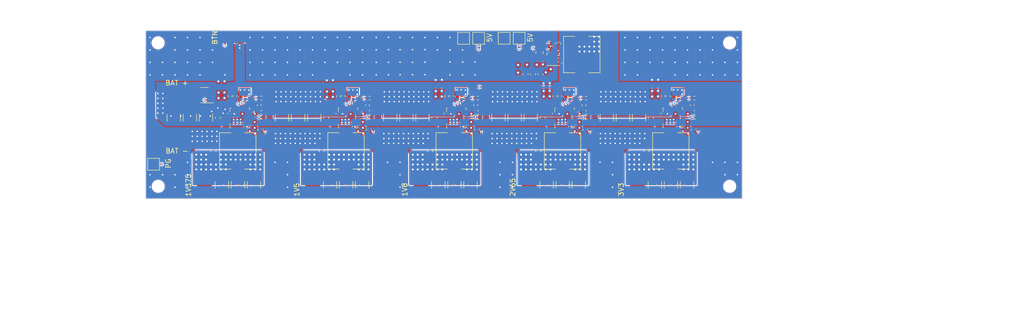
<source format=kicad_pcb>
(kicad_pcb (version 20240706) (generator "pcbnew") (generator_version "8.99")
  (layers (0 "F.Cu" signal) (1 "In1.Cu" signal) (2 "In2.Cu" signal) (31 "B.Cu" signal) (34 "B.Paste" user) (35 "F.Paste" user) (36 "B.SilkS" user "B.Silkscreen") (37 "F.SilkS" user "F.Silkscreen") (38 "B.Mask" user) (39 "F.Mask" user) (44 "Edge.Cuts" user) (50 "User.1" signal) (51 "User.2" signal) (52 "User.3" signal) (53 "User.4" signal) (54 "User.5" signal) (55 "User.6" signal) (56 "User.7" signal) (57 "User.8" signal) (58 "User.9" signal))
  (net 0 "")
  (net 1 "Net-(IC1-BOOT)")
  (net 2 "Net-(C1-Pad2)")
  (net 3 "GND")
  (net 4 "Net-(IC1-VOUT)")
  (net 5 "Net-(IC1-SW-Pad30)")
  (net 6 "Net-(IC1-FB)")
  (net 7 "Net-(IC1-MODE2)")
  (net 8 "Net-(IC1-MODE1)")
  (net 9 "Net-(IC1-PHASE)")
  (net 10 "/VIN")
  (net 11 "Net-(IC2-BOOT)")
  (net 12 "Net-(C24-Pad2)")
  (net 13 "Net-(IC2-VOUT)")
  (net 14 "Net-(IC3-BOOT)")
  (net 15 "Net-(C40-Pad2)")
  (net 16 "Net-(IC3-VOUT)")
  (net 17 "Net-(IC4-BOOT)")
  (net 18 "Net-(C56-Pad2)")
  (net 19 "Net-(IC4-VOUT)")
  (net 20 "Net-(IC5-BOOT)")
  (net 21 "Net-(C72-Pad2)")
  (net 22 "Net-(IC5-VOUT)")
  (net 23 "/PGOOD")
  (net 24 "/EN")
  (net 25 "Net-(IC2-SW-Pad30)")
  (net 26 "Net-(IC2-FB)")
  (net 27 "Net-(IC2-MODE2)")
  (net 28 "Net-(IC2-MODE1)")
  (net 29 "Net-(IC2-PHASE)")
  (net 30 "Net-(IC3-SW-Pad30)")
  (net 31 "Net-(IC3-FB)")
  (net 32 "Net-(IC3-MODE2)")
  (net 33 "Net-(IC3-MODE1)")
  (net 34 "Net-(IC3-PHASE)")
  (net 35 "Net-(IC4-SW-Pad30)")
  (net 36 "Net-(IC4-FB)")
  (net 37 "Net-(IC4-MODE2)")
  (net 38 "Net-(IC4-MODE1)")
  (net 39 "Net-(IC4-PHASE)")
  (net 40 "Net-(IC5-SW-Pad30)")
  (net 41 "Net-(IC5-FB)")
  (net 42 "Net-(IC5-MODE2)")
  (net 43 "Net-(IC5-MODE1)")
  (net 44 "Net-(IC5-PHASE)")
  (net 45 "Net-(U1-IN)")
  (net 47 "/VDD")
  (net 48 "Net-(U2-SW)")
  (footprint "Capacitor_SMD:C_0603_1608Metric" (layer "F.Cu") (at 123.5 78.14 -90)
    (property "Reference" "C39" (hide yes))
    (property "Value" "4.7uF")
  )
  (footprint "Capacitor_SMD:C_1210_3225Metric" (layer "F.Cu") (at 127.86 75.72 -90)
    (property "Reference" "C51" (hide yes))
    (property "Value" "22uF")
  )
  (footprint "Resistor_SMD:R_0402_1005Metric" (layer "F.Cu") (at 117.32 71.33 90)
    (property "Reference" "R20" (hide yes))
    (property "Value" "2.2R")
  )
  (footprint "Resistor_SMD:R_0402_1005Metric" (layer "F.Cu") (at 101.67 71.73)
    (property "Reference" "R14" (hide yes))
    (property "Value" "15K")
  )
  (footprint "Resistor_SMD:R_0402_1005Metric" (layer "F.Cu") (at 98.36 71.45 90)
    (property "Reference" "R11" (hide yes))
    (property "Value" "10K")
  )
  (footprint "Capacitor_SMD:C_1210_3225Metric" (layer "F.Cu") (at 100.17 89.39 90)
    (property "Reference" "C25" (hide yes))
    (property "Value" "47uF")
  )
  (footprint "Resistor_SMD:R_0402_1005Metric" (layer "F.Cu") (at 145.23 73.18 -90)
    (property "Reference" "R26" (hide yes))
    (property "Value" "10K")
  )
  (footprint "Capacitor_SMD:C_1210_3225Metric" (layer "F.Cu") (at 71.63 89.39 -90)
    (property "Reference" "C4" (hide yes))
    (property "Value" "47uF")
  )
  (footprint "Capacitor_SMD:C_1210_3225Metric" (layer "F.Cu") (at 134.41 75.72 -90)
    (property "Reference" "C49" (hide yes))
    (property "Value" "22uF")
  )
  (footprint "TestPoint:TestPoint_Pad_2.0x2.0mm" (layer "F.Cu") (at 132.06 59.55)
    (property "Reference" "TP23" (hide yes))
    (property "Value" "TestPoint")
  )
  (footprint "Capacitor_SMD:C_0402_1005Metric" (layer "F.Cu") (at 101.66 74.62 180)
    (property "Reference" "C22" (hide yes))
    (property "Value" "1uF")
  )
  (footprint "Xbox-PMS:pad" (layer "F.Cu") (at 147.95 89.44 90)
    (property "Reference" "TP20" (hide yes))
    (property "Value" "TestPoint")
  )
  (footprint "Xbox-PMS:pad" (layer "F.Cu") (at 156.1 89.45 90)
    (property "Reference" "TP24" (hide yes))
    (property "Value" "TestPoint")
  )
  (footprint "TestPoint:TestPoint_Pad_2.0x2.0mm" (layer "F.Cu") (at 120.76 59.56)
    (property "Reference" "TP18" (hide yes))
    (property "Value" "TestPoint")
  )
  (footprint "Resistor_SMD:R_0402_1005Metric" (layer "F.Cu") (at 167.67 71.73)
    (property "Reference" "R35" (hide yes))
    (property "Value" "45K")
  )
  (footprint "Capacitor_SMD:C_1210_3225Metric" (layer "F.Cu") (at 112.41 75.73 -90)
    (property "Reference" "C33" (hide yes))
    (property "Value" "22uF")
  )
  (footprint "Capacitor_SMD:C_0603_1608Metric" (layer "F.Cu") (at 70.82 75.745 -90)
    (property "Reference" "C8" (hide yes))
    (property "Value" "22uF")
  )
  (footprint "MountingHole:MountingHole_2.2mm_M2" (layer "F.Cu") (at 58.71 89.68)
    (property "Reference" " " (hide yes))
    (property "Value" "MountingHole_2.2mm_M2")
  )
  (footprint "Resistor_SMD:R_0402_1005Metric" (layer "F.Cu") (at 161.32 71.33 90)
    (property "Reference" "R34" (hide yes))
    (property "Value" "2.2R")
  )
  (footprint "Capacitor_SMD:C_0402_1005Metric" (layer "F.Cu") (at 167.66 74.62 180)
    (property "Reference" "C70" (hide yes))
    (property "Value" "1uF")
  )
  (footprint "Capacitor_SMD:C_1210_3225Metric" (layer "F.Cu") (at 153.14 75.72 -90)
    (property "Reference" "C66" (hide yes))
    (property "Value" "22uF")
  )
  (footprint "Capacitor_SMD:C_1210_3225Metric" (layer "F.Cu") (at 166.17 89.39 90)
    (property "Reference" "C73" (hide yes))
    (property "Value" "47uF")
  )
  (footprint "Capacitor_SMD:C_0402_1005Metric" (layer "F.Cu") (at 145.67 74.62 180)
    (property "Reference" "C54" (hide yes))
    (property "Value" "1uF")
  )
  (footprint "Capacitor_SMD:C_0603_1608Metric" (layer "F.Cu") (at 136.395 66.865 -90)
    (property "Reference" "C82" (hide yes))
    (property "Value" "22uF")
  )
  (footprint "Capacitor_SMD:C_1210_3225Metric" (layer "F.Cu") (at 96.91 89.39 -90)
    (property "Reference" "C26" (hide yes))
    (property "Value" "47uF")
  )
  (footprint "Capacitor_SMD:C_1210_3225Metric" (layer "F.Cu") (at 140.9 89.39 -90)
    (property "Reference" "C58" (hide yes))
    (property "Value" "47uF")
  )
  (footprint "Xbox-PMS:SIC437BEDT1GE3" (layer "F.Cu") (at 119.291 75.754)
    (property "Reference" "IC3" (hide yes))
    (property "Value" "SIC437BED-T1-GE3")
  )
  (footprint "Capacitor_SMD:C_0603_1608Metric" (layer "F.Cu") (at 133.355 66.865 -90)
    (property "Reference" "C84" (hide yes))
    (property "Value" "22uF")
  )
  (footprint "Capacitor_SMD:C_0603_1608Metric" (layer "F.Cu") (at 139.97 60.6 90)
    (property "Reference" "C81" (hide yes))
    (property "Value" "10uF")
  )
  (footprint "Xbox-PMS:pad" (layer "F.Cu") (at 169.95 89.45 90)
    (property "Reference" "TP25" (hide yes))
    (property "Value" "TestPoint")
  )
  (footprint "Capacitor_SMD:C_0603_1608Metric" (layer "F.Cu") (at 69.94 82.49 90)
    (property "Reference" "C13" (hide yes))
    (property "Value" "0.1uF")
  )
  (footprint "Resistor_SMD:R_0402_1005Metric" (layer "F.Cu") (at 76.36 71.45 90)
    (property "Reference" "R7" (hide yes))
    (property "Value" "10K")
  )
  (footprint "Xbox-PMS:SIC437BEDT1GE3" (layer "F.Cu") (at 97.291 75.754)
    (property "Reference" "IC2" (hide yes))
    (property "Value" "SIC437BED-T1-GE3")
  )
  (footprint "Xbox-PMS:pad" (layer "F.Cu") (at 62.71 71.77)
    (property "Reference" "TP3" (hide yes))
    (property "Value" "TestPoint")
  )
  (footprint "Xbox-PMS:pad" (layer "F.Cu") (at 90.1 89.44 90)
    (property "Reference" "TP9" (hide yes))
    (property "Value" "TestPoint")
  )
  (footprint "Xbox-PMS:Button" (layer "F.Cu") (at 75.27 59.56 180)
    (property "Reference" "SW1" (hide yes))
    (property "Value" "SW_Push")
  )
  (footprint "Inductor_SMD:L_7.3x7.3_H4.5" (layer "F.Cu") (at 74.87 82.47 -90)
    (property "Reference" "L1" (hide yes))
    (property "Value" "780nH")
  )
  (footprint "TestPoint:TestPoint_Pad_2.0x2.0mm" (layer "F.Cu") (at 123.82 59.56)
    (property "Reference" "TP18" (hide yes))
    (property "Value" "TestPoint")
  )
  (footprint "Capacitor_SMD:C_1210_3225Metric" (layer "F.Cu") (at 68.41 75.72 -90)
    (property "Reference" "C9" (hide yes))
    (property "Value" "22uF")
  )
  (footprint "Inductor_SMD:L_7.3x7.3_H4.5" (layer "F.Cu") (at 162.87 82.47 -90)
    (property "Reference" "L5" (hide yes))
    (property "Value" "1.2uH")
  )
  (footprint "Resistor_SMD:R_0402_1005Metric" (layer "F.Cu") (at 123.68 71.73)
    (property "Reference" "R21" (hide yes))
    (property "Value" "20K")
  )
  (footprint "Capacitor_SMD:C_0603_1608Metric" (layer "F.Cu") (at 158.82 75.75 -90)
    (property "Reference" "C68" (hide yes))
    (property "Value" "22uF")
  )
  (footprint "Capacitor_SMD:C_0402_1005Metric" (layer "F.Cu") (at 74.31 71.31 90)
    (property "Reference" "C1" (hide yes))
    (property "Value" "0.1uF")
  )
  (footprint "Resistor_SMD:R_0402_1005Metric" (layer "F.Cu") (at 142.36 71.45 90)
    (property "Reference" "R25" (hide yes))
    (property "Value" "10K")
  )
  (footprint "Resistor_SMD:R_0402_1005Metric" (layer "F.Cu") (at 101.23 73.17 -90)
    (property "Reference" "R12" (hide yes))
    (property "Value" "10K")
  )
  (footprint "Capacitor_SMD:C_0603_1608Metric" (layer "F.Cu") (at 79.5 78.14 -90)
    (property "Reference" "C10" (hide yes))
    (property "Value" "4.7uF")
  )
  (footprint "Resistor_SMD:R_0402_1005Metric" (layer "F.Cu") (at 123.68 75.61)
    (property "Reference" "R15" (hide yes))
    (property "Value" "10K")
  )
  (footprint "Capacitor_SMD:C_1210_3225Metric" (layer "F.Cu") (at 83.87 75.72 -90)
    (property "Reference" "C19" (hide yes))
    (property "Value" "22uF")
  )
  (footprint "Capacitor_SMD:C_0603_1608Metric" (layer "F.Cu") (at 167.51 78.15 -90)
    (property "Reference" "C71" (hide yes))
    (property "Value" "4.7uF")
  )
  (footprint "Capacitor_SMD:C_0603_1608Metric" (layer "F.Cu") (at 114.83 75.74 -90)
    (property "Reference" "C36" (hide yes))
    (property "Value" "22uF")
  )
  (footprint "Resistor_SMD:R_0402_1005Metric" (layer "F.Cu") (at 79.67 71.73)
    (property "Reference" "R4" (hide yes))
    (property "Value" "13K")
  )
  (footprint "Resistor_SMD:R_0402_1005Metric" (layer "F.Cu") (at 95.32 71.34 90)
    (property "Reference" "R13" (hide yes))
    (property "Value" "2.2R")
  )
  (footprint "Inductor_SMD:L_7.3x7.3_H4.5" (layer "F.Cu") (at 140.87 82.48 -90)
    (property "Reference" "L4" (hide yes))
    (property "Value" "1.2uH")
  )
  (footprint "Xbox-PMS:pad" (layer "F.Cu") (at 134.1 89.44 90)
    (property "Reference" "TP19" (hide yes))
    (property "Value" "TestPoint")
  )
  (footprint "Capacitor_SMD:C_0603_1608Metric" (layer "F.Cu") (at 92.83 75.75 -90)
    (property "Reference" "C20" (hide yes))
    (property "Value" "22uF")
  )
  (footprint "Capacitor_SMD:C_0402_1005Metric" (layer "F.Cu") (at 123.67 74.62 180)
    (property "Reference" "C38" (hide yes))
    (property "Value" "1uF")
  )
  (footprint "Inductor_SMD:L_7.3x7.3_H4.5" (layer "F.Cu") (at 96.87 82.46 -90)
    (property "Reference" "L2" (hide yes))
    (property "Value" "780nH")
  )
  (footprint "Resistor_SMD:R_0402_1005Metric" (layer "F.Cu") (at 79.23 73.17 -90)
    (property "Reference" "R5" (hide yes))
    (property "Value" "10K")
  )
  (footprint "Capacitor_SMD:C_0603_1608Metric" (layer "F.Cu") (at 157.95 82.49 90)
    (property "Reference" "C80" (hide yes))
    (property "Value" "0.1uF")
  )
  (footprint "Resistor_SMD:R_0402_1005Metric" (layer "F.Cu") (at 145.69 75.62)
    (property "Reference" "R22" (hide yes))
    (property "Value" "10K")
  )
  (footprint "Capacitor_SMD:C_1210_3225Metric" (layer "F.Cu") (at 122.17 89.39 90)
    (property "Reference" "C41" (hide yes))
    (property "Value" "47uF")
  )
  (footprint "Capacitor_SMD:C_0402_1005Metric" (layer "F.Cu") (at 140.32 71.32 90)
    (property "Reference" "C56" (hide yes))
    (property "Value" "0.1uF")
  )
  (footprint "MountingHole:MountingHole_2.2mm_M2" (layer "F.Cu") (at 174.82 60.5)
    (property "Reference" " " (hide yes))
    (property "Value" "MountingHole_2.2mm_M2")
  )
  (footprint "Capacitor_SMD:C_1210_3225Metric" (layer "F.Cu") (at 144.16 89.39 90)
    (property "Reference" "C57" (hide yes))
    (property "Value" "47uF")
  )
  (footprint "Xbox-PMS:pad" (layer "F.Cu") (at 112.1 89.45 90)
    (property "Reference" "TP14" (hide yes))
    (property "Value" "TestPoint")
  )
  (footprint "Capacitor_SMD:C_1210_3225Metric" (layer "F.Cu") (at 159.63 89.4 -90)
    (property "Reference" "C75" (hide yes))
    (property "Value" "47uF")
  )
  (footprint "TestPoint:TestPoint_Pad_2.0x2.0mm" (layer "F.Cu") (at 129 59.55)
    (property "Reference" "TP18" (hide yes))
    (property "Value" "TestPoint")
  )
  (footprint "MountingHole:MountingHole_2.2mm_M2" (layer "F.Cu") (at 174.84 89.68)
    (property "Reference" " " (hide yes))
    (property "Value" "MountingHole_2.2mm_M2")
  )
  (footprint "Capacitor_SMD:C_0603_1608Metric" (layer "F.Cu") (at 136.83 75.74 -90)
    (property "Reference" "C52" (hide yes))
    (property "Value" "22uF")
  )
  (footprint "Resistor_SMD:R_0402_1005Metric" (layer "F.Cu") (at 123.23 73.17 -90)
    (property "Reference" "R19" (hide yes))
    (property "Value" "10K")
  )
  (footprint "Capacitor_SMD:C_0603_1608Metric" (layer "F.Cu") (at 134.875 66.865 -90)
    (property "Reference" "C83" (hide yes))
    (property "Value" "22uF")
  )
  (footprint "Capacitor_SMD:C_1210_3225Metric" (layer "F.Cu") (at 87.13 75.72 -90)
    (property "Reference" "C18" (hide yes))
    (property "Value" "22uF")
  )
  (footprint "Xbox-PMS:CONV_TPS61235PRWLT" (layer "F.Cu") (at 138.96 63.84 180)
    (property "Reference" "U2" (hide yes))
    (property "Value" "TPS61235PRWLT")
  )
  (footprint "Xbox-PMS:pad" (layer "F.Cu") (at 68.1 89.44 90)
    (property "Reference" "TP5" (hide yes))
    (property "Value" "TestPoint")
  )
  (footprint "Resistor_SMD:R_0402_1005Metric" (layer "F.Cu") (at 139.32 71.33 90)
    (property "Reference" "R27" (hide yes))
    (property "Value" "2.2R")
  )
  (footprint "Capacitor_SMD:C_0603_1608Metric" (layer "F.Cu") (at 101.51 78.14 -90)
    (property "Reference" "C23" (hide yes))
    (property "Value" "4.7uF")
  )
  (footprint "Capacitor_SMD:C_1210_3225Metric" (layer "F.Cu") (at 162.9 89.39 -90)
    (property "Reference" "C74" (hide yes))
    (property "Value" "47uF")
  )
  (footprint "Capacitor_SMD:C_1210_3225Metric" (layer "F.Cu") (at 61.87 75.72 -90)
    (property "Reference" "C15" (hide yes))
    (property "Value" "22uF")
  )
  (footprint "Capacitor_SMD:C_0402_1005Metric" (layer "F.Cu") (at 96.31 71.31 90)
    (property "Reference" "C24" (hide yes))
    (property "Value" "0.1uF")
  )
  (footprint "Capacitor_SMD:C_0603_1608Metric" (layer "F.Cu") (at 91.94 82.5 90)
    (property "Reference" "C32" (hide yes))
    (property "Value" "0.1uF")
  )
  (footprint "Capacitor_SMD:C_1210_3225Metric" (layer "F.Cu") (at 137.63 89.39 -90)
    (property "Reference" "C59" (hide yes))
    (property "Value" "47uF")
  )
  (footprint "Resistor_SMD:R_0402_1005Metric" (layer "F.Cu") (at 167.23 73.17 -90)
    (property "Reference" "R33" (hide yes))
    (property "Value" "10K")
  )
  (footprint "Inductor_SMD:L_7.3x7.3_H4.5" (layer "F.Cu") (at 118.87 82.46 -90)
    (property "Reference" "L3" (hide yes))
    (property "Value" "820nH")
  )
  (footprint "Xbox-PMS:SIC437BEDT1GE3" (layer "F.Cu") (at 163.279 75.739)
    (property "Reference" "IC5" (hide yes))
    (property "Value" "SIC437BED-T1-GE3")
  )
  (footprint "Xbox-PMS:pad" (layer "F.Cu") (at 125.95 89.44 90)
    (property "Reference" "TP15" (hide yes))
    (property "Value" "TestPoint")
  )
  (footprint "Xbox-PMS:SIC437BEDT1GE3" (layer "F.Cu") (at 75.291 75.754)
    (property "Reference" "IC1" (hide yes))
    (property "Value" "SIC437BED-T1-GE3")
  )
  (footprint "Capacitor_SMD:C_0603_1608Metric" (layer "F.Cu") (at 113.94 82.49 90)
    (property "Reference" "C48" (hide yes))
    (property "Value" "0.1uF")
  )
  (footprint "Capacitor_SMD:C_1210_3225Metric" (layer "F.Cu") (at 115.63 89.4 -90)
    (property "Reference" "C43" (hide yes))
    (property "Value" "47uF")
  )
  (footprint "Resistor_SMD:R_0402_1005Metric" (layer "F.Cu") (at 73.32 71.33 90)
    (property "Reference" "R1" (hide yes))
    (property "Value" "2.2R")
  )
  (footprint "Capacitor_SMD:C_1210_3225Metric" (layer "F.Cu") (at 65.14 75.72 -90)
    (property "Reference" "C14" (hide yes))
    (property "Value" "22uF")
  )
  (footprint "Capacitor_SMD:C_0603_1608Metric" (layer "F.Cu") (at 145.5 78.14 -90)
    (property "Reference" "C55" (hide yes))
    (property "Value" "4.7uF")
  )
  (footprint "Capacitor_SMD:C_1210_3225Metric" (layer "F.Cu") (at 131.13 75.72 -90)
    (property "Reference" "C50" (hide yes))
    (property "Value" "22uF")
  )
  (footprint "Capacitor_SMD:C_1210_3225Metric" (layer "F.Cu") (at 90.41 75.73 -90)
    (property "Reference" "C17" (hide yes))
    (property "Value" "22uF")
  )
  (footprint "Capacitor_SMD:C_1210_3225Metric" (layer "F.Cu") (at 118.91 89.4 -90)
    (property "Reference" "C42" (hide yes))
    (property "Value" "47uF")
  )
  (footprint "Resistor_SMD:R_0402_1005Metric" (layer "F.Cu") (at 167.68 75.62)
    (property "Reference" "R29" (hide yes))
    (property "Value" "10K")
  )
  (footprint "Xbox-PMS:pad" (layer "F.Cu") (at 103.95 89.45 90)
    (property "Reference" "TP10" (hide yes))
    (property "Value" "TestPoint")
  )
  (footprint "Capacitor_SMD:C_1210_3225Metric" (layer "F.Cu") (at 109.15 75.72 -90)
    (property "Reference" "C34" (hide yes))
    (property "Value" "22uF")
  )
  (footprint "Capacitor_SMD:C_0402_1005Metric" (layer "F.Cu") (at 162.31 71.31 90)
    (property "Reference" "C72" (hide yes))
    (property "Value" "0.1uF")
  )
  (footprint "Capacitor_SMD:C_0603_1608Metric" (layer "F.Cu") (at 135.95 82.49 90)
    (property "Reference" "C64" (hide yes))
    (property "Value" "0.1uF")
  )
  (footprint "Capacitor_SMD:C_1210_3225Metric" (layer "F.Cu") (at 78.17 89.39 -90)
    (property "Reference" "C3" (hide yes))
    (property "Value" "47uF")
  )
  (footprint "Resistor_SMD:R_0805_2012Metric" (layer "F.Cu") (at 136.185 62.48 90)
    (property "Reference" "R36" (hide yes))
    (property "Value" "200R")
  )
  (footprint "Xbox-PMS:pad" (layer "F.Cu") (at 81.95 89.45 90)
    (property "Reference" "TP4" (hide yes))
    (property "Value" "TestPoint")
  )
  (footprint "Package_TO_SOT_SMD:SOT-23-6" (layer "F.Cu") (at 68.12 71.13 180)
    (property "Reference" "U1" (hide yes))
    (property "Value" "MAX16054")
  )
  (footprint "Resistor_SMD:R_0402_1005Metric" (layer "F.Cu") (at 101.68 75.61)
    (property "Reference" "R8" (hide yes))
    (property "Value" "10K")
  )
  (footprint "Resistor_SMD:R_0402_1005Metric" (layer "F.Cu") (at 164.37 71.45 90)
    (property "Reference" "R32" (hide yes))
    (property "Value" "10K")
  )
  (footprint "Inductor_SMD:L_7.3x7.3_H4.5" (layer "F.Cu") (at 144.78 62.86 -90)
    (property "Reference" "L6" (hide yes))
    (property "Value" "1uH" (hide yes))
  )
  (footprint "Xbox-PMS:SIC437BEDT1GE3" (layer "F.Cu") (at 141.291 75.754)
    (property "Reference" "IC4" (hide yes))
    (property "Value" "SIC437BED-T1-GE3")
  )
  (footprint "Capacitor_SMD:C_0402_1005Metric" (layer "F.Cu") (at 118.31 71.31 90)
    (property "Reference" "C40" (hide yes))
    (property "Value" "0.1uF")
  )
  (footprint "Xbox-PMS:pad" (layer "F.Cu") (at 62.72 79.62)
    (property "Reference" "TP6" (hide yes))
    (property "Value" "TestPoint")
  )
  (footprint "Resistor_SMD:R_0402_1005Metric" (layer "F.Cu") (at 145.67 71.73)
    (property "Reference" "R28" (hide yes))
    (property "Value" "34K")
  )
  (footprint "Capacitor_SMD:C_1210_3225Metric" (layer "F.Cu") (at 93.63 89.39 -90)
    (property "Reference" "C27" (hide yes))
    (property "Value" "47uF")
  )
  (footprint "Resistor_SMD:R_0402_1005Metric" (layer "F.Cu") (at 120.37 71.45 90)
    (property "Reference" "R18" (hide yes))
    (property "Value" "10K")
  )
  (footprint "Capacitor_SMD:C_1210_3225Metric" (layer "F.Cu") (at 149.87 75.72 -90)
    (property "Reference" "C67" (hide yes))
    (property "Value" "22uF")
  )
  (footprint "TestPoint:TestPoint_Pad_2.0x2.0mm" (layer "F.Cu") (at 57.77 85.18 -90)
    (property "Reference" "TP1" (hide yes))
    (property "Value" "TestPoint")
  )
  (footprint "Capacitor_SMD:C_1210_3225Metric" (layer "F.Cu") (at 105.86 75.72 -90)
    (property "Reference" "C35" (hide yes))
    (property "Value" "22uF")
  )
  (footprint "MountingHole:MountingHole_2.2mm_M2" (layer "F.Cu") (at 58.69 60.48)
    (property "Reference" " " (hide yes))
    (property "Value" "MountingHole_2.2mm_M2")
  )
  (footprint "Capacitor_SMD:C_0402_1005Metric" (layer "F.Cu") (at 79.66 74.62 180)
    (property "Reference" "C6" (hide yes))
    (property "Value" "1uF")
  )
  (footprint "Resistor_SMD:R_0402_1005Metric" (layer "F.Cu") (at 79.68 75.61)
    (property "Reference" "R6" (hide yes))
    (property "Value" "10K")
  )
  (footprint "Capacitor_SMD:C_1210_3225Metric" (layer "F.Cu") (at 74.9 89.39 90)
    (property "Reference" "C2" (hide yes))
    (property "Value" "47uF")
  )
  (footprint "Capacitor_SMD:C_1210_3225Metric" (layer "F.Cu") (at 156.41 75.73 -90)
    (property "Reference" "C65" (hide yes))
    (property "Value" "22uF")
  )
  (footprint "Capacitor_SMD:C_0603_1608Metric" (layer "B.Cu") (at 138.53 89.39 -90)
    (property "Reference" "C63" (hide yes))
    (property "Value" "47uF")
  )
  (footprint "Resistor_SMD:R_0402_1005Metric" (layer "B.Cu") (at 120.47 71.45 -90)
    (property "Reference" "R17" (hide yes))
    (property "Value" "499K")
  )
  (footprint "Resistor_SMD:R_0402_1005Metric" (layer "B.Cu") (at 141.47 71.45 90)
    (property "Reference" "R23" (hide yes))
    (property "Value" "100K")
  )
  (footprint "Capacitor_SMD:C_0603_1608Metric" (layer "B.Cu") (at 74.04 89.39 -90)
    (property "Reference" "C5" (hide yes))
    (property "Value" "47uF")
  )
  (footprint "Capacitor_SMD:C_0603_1608Metric" (layer "B.Cu") (at 119.55 89.39 -90)
    (property "Reference" "C45" (hide yes))
    (property "Value" "47uF")
  )
  (footprint "Resistor_SMD:R_0402_1005Metric" (layer "B.Cu") (at 76.47 71.45 -90)
    (property "Reference" "R3" (hide yes))
    (property "Value" "499K")
  )
  (footprint "Capacitor_SMD:C_0603_1608Metric" (layer "B.Cu") (at 143.09 89.39 -90)
    (property "Reference" "C60" (hide yes))
    (property "Value" "47uF")
  )
  (footprint "Capacitor_SMD:C_0603_1608Metric" (layer "B.Cu") (at 140.04 89.39 -90)
    (property "Reference" "C62" (hide yes))
    (property "Value" "47uF")
  )
  (footprint "Capacitor_SMD:C_0603_1608Metric" (layer "B.Cu") (at 165.08 89.39 -90)
    (property "Reference" "C76" (hide yes))
    (property "Value" "47uF")
  )
  (footprint "Capacitor_SMD:C_0603_1608Metric" (layer "B.Cu") (at 162.04 89.39 -90)
    (property "Reference" "C78" (hide yes))
    (property "Value" "47uF")
  )
  (footprint "Capacitor_SMD:C_0603_1608Metric" (layer "B.Cu") (at 97.55 89.39 -90)
    (property "Reference" "C29" (hide yes))
    (property "Value" "47uF")
  )
  (footprint "Capacitor_SMD:C_0603_1608Metric" (layer "B.Cu") (at 99.08 89.39 -90)
    (property "Reference" "C28" (hide yes))
    (property "Value" "47uF")
  )
  (footprint "Resistor_SMD:R_0402_1005Metric" (layer "B.Cu") (at 164.47 71.45 -90)
    (property "Reference" "R31" (hide yes))
    (property "Value" "499K")
  )
  (footprint "Capacitor_SMD:C_0603_1608Metric" (layer "B.Cu") (at 77.08 89.39 -90)
    (property "Reference" "C11" (hide yes))
    (property "Value" "47uF")
  )
  (footprint "Capacitor_SMD:C_0603_1608Metric" (layer "B.Cu") (at 116.52 89.39 -90)
    (property "Reference" "C47" (hide yes))
    (property "Value" "47uF")
  )
  (footprint "Capacitor_SMD:C_0603_1608Metric" (layer "B.Cu") (at 121.09 89.39 -90)
    (property "Reference" "C44" (hide yes))
    (property "Value" "47uF")
  )
  (footprint "Capacitor_SMD:C_0603_1608Metric" (layer "B.Cu") (at 160.52 89.39 -90)
    (property "Reference" "C79" (hide yes))
    (property "Value" "47uF")
  )
  (footprint "Capacitor_SMD:C_0603_1608Metric" (layer "B.Cu") (at 118.04 89.39 -90)
    (property "Reference" "C46" (hide yes))
    (property "Value" "47uF")
  )
  (footprint "Capacitor_SMD:C_0603_1608Metric" (layer "B.Cu") (at 75.55 89.39 -90)
    (property "Reference" "C16" (hide yes))
    (property "Value" "47uF")
  )
  (footprint "Capacitor_SMD:C_0603_1608Metric" (layer "B.Cu") (at 72.52 89.39 -90)
    (property "Reference" "C12" (hide yes))
    (property "Value" "47uF")
  )
  (footprint "Capacitor_SMD:C_0603_1608Metric" (layer "B.Cu") (at 96.04 89.39 -90)
    (property "Reference" "C30" (hide yes))
    (property "Value" "47uF")
  )
  (footprint "Capacitor_SMD:C_0603_1608Metric" (layer "B.Cu") (at 163.55 89.39 -90)
    (property "Reference" "C77" (hide yes))
    (property "Value" "47uF")
  )
  (footprint "Resistor_SMD:R_0402_1005Metric" (layer "B.Cu") (at 163.47 71.45 90)
    (property "Reference" "R30" (hide yes))
    (property "Value" "100K")
  )
  (footprint "Resistor_SMD:R_0402_1005Metric" (layer "B.Cu") (at 98.47 71.45 -90)
    (property "Reference" "R10" (hide yes))
    (property "Value" "499K")
  )
  (footprint "Resistor_SMD:R_0402_1005Metric" (layer "B.Cu") (at 75.46 71.45 90)
    (property "Reference" "R2" (hide yes))
    (property "Value" "100K")
  )
  (footprint "Resistor_SMD:R_0402_1005Metric" (layer "B.Cu") (at 142.47 71.45 -90)
    (property "Reference" "R24" (hide yes))
    (property "Value" "499K")
  )
  (footprint "Capacitor_SMD:C_0603_1608Metric" (layer "B.Cu") (at 94.53 89.4 -90)
    (property "Reference" "C31" (hide yes))
    (property "Value" "47uF")
  )
  (footprint "Resistor_SMD:R_0402_1005Metric" (layer "B.Cu") (at 97.46 71.45 90)
    (property "Reference" "R9" (hide yes))
    (property "Value" "100K")
  )
  (footprint "Resistor_SMD:R_0402_1005Metric" (layer "B.Cu") (at 119.46 71.45 90)
    (property "Reference" "R16" (hide yes))
    (property "Value" "100K")
  )
  (footprint "Capacitor_SMD:C_0603_1608Metric" (layer "B.Cu") (at 141.55 89.39 -90)
    (property "Reference" "C61" (hide yes))
    (property "Value" "47uF")
  )
  (gr_rect (start 56.19 58) (end 177.35 92.18) (stroke (width 0.1)) (fill none) (layer "Edge.Cuts"))
  (gr_text "BAT -" (at 60.11 83.07 0) (layer "F.SilkS") (effects (font (size 1 1)) (justify left bottom)))
  (gr_text "2V65" (at 131.34 91.82 90) (layer "F.SilkS") (effects (font (size 1 1)) (justify left bottom)))
  (gr_text "1V5" (at 87.47 91.85 90) (layer "F.SilkS") (effects (font (size 1 1)) (justify left bottom)))
  (gr_text "5V" (at 126.63 60.44 90) (layer "F.SilkS") (effects (font (size 1 1)) (justify left bottom)))
  (gr_text "5V" (at 134.89 60.44 90) (layer "F.SilkS") (effects (font (size 1 1)) (justify left bottom)))
  (gr_text "1V375" (at 65.43 91.88 90) (layer "F.SilkS") (effects (font (size 1 1)) (justify left bottom)))
  (gr_text "BTN" (at 70.81 60.92 90) (layer "F.SilkS") (effects (font (size 1 1)) (justify left bottom)))
  (gr_text "PG" (at 61.34 86.13 90) (layer "F.SilkS") (effects (font (size 1 1)) (justify left bottom)))
  (gr_text "3V3" (at 153.36 91.82 90) (layer "F.SilkS") (effects (font (size 1 1)) (justify left bottom)))
  (gr_text "BAT +" (at 60.08 69.22 0) (layer "F.SilkS") (effects (font (size 1 1)) (justify left bottom)))
  (gr_text "1V8" (at 109.39 91.82 90) (layer "F.SilkS") (effects (font (size 1 1)) (justify left bottom)))
  (segment (start 74.31 71.79) (end 74.31 73.748) (width 0.2) (layer "F.Cu") (net 1))
  (segment (start 73.32 70.82) (end 74.3 70.82) (width 0.2) (layer "F.Cu") (net 2))
  (segment (start 74.3 70.82) (end 74.31 70.83) (width 0.2) (layer "F.Cu") (net 2))
  (via (at 141.44 76.67) (size 0.55) (drill 0.3) (layers "F.Cu" "B.Cu") (net 3))
  (via (at 135.56 79.94) (size 0.55) (drill 0.3) (layers "F.Cu" "B.Cu") (net 3))
  (via (at 128.16 87.32) (size 0.55) (drill 0.3) (layers "F.Cu" "B.Cu") (net 3))
  (via (at 130.7 87.32) (size 0.55) (drill 0.3) (layers "F.Cu" "B.Cu") (net 3))
  (via (at 152.56 80.94) (size 0.55) (drill 0.3) (layers "F.Cu" "B.Cu") (net 3))
  (via (at 86.56 80.94) (size 0.55) (drill 0.3) (layers "F.Cu" "B.Cu") (net 3))
  (via (at 163.72 64.46) (size 0.55) (drill 0.3) (layers "F.Cu" "B.Cu") (net 3))
  (via (at 118.75 76.11) (size 0.55) (drill 0.3) (layers "F.Cu" "B.Cu") (net 3))
  (via (at 72.17 71.7) (size 0.8) (drill 0.4) (layers "F.Cu" "B.Cu") (net 3))
  (via (at 115.46 61.92) (size 0.55) (drill 0.3) (layers "F.Cu" "B.Cu") (net 3))
  (via (at 140.04 76.12) (size 0.55) (drill 0.3) (layers "F.Cu" "B.Cu") (net 3))
  (via (at 116.33 70.27) (size 0.8) (drill 0.4) (layers "F.Cu" "B.Cu") (net 3))
  (via (at 104.56 79.94) (size 0.55) (drill 0.3) (layers "F.Cu" "B.Cu") (net 3))
  (via (at 110.56 79.94) (size 0.55) (drill 0.3) (layers "F.Cu" "B.Cu") (net 3))
  (via (at 84.56 79.94) (size 0.55) (drill 0.3) (layers "F.Cu" "B.Cu") (net 3))
  (via (at 168.8 64.46) (size 0.55) (drill 0.3) (layers "F.Cu" "B.Cu") (net 3))
  (via (at 66.63 78.5) (size 0.55) (drill 0.3) (layers "F.Cu" "B.Cu") (net 3))
  (via (at 89.56 80.94) (size 0.55) (drill 0.3) (layers "F.Cu" "B.Cu") (net 3))
  (via (at 92.99 71.51) (size 0.8) (drill 0.4) (layers "F.Cu" "B.Cu") (net 3))
  (via (at 90.06 64.46) (size 0.55) (drill 0.3) (layers "F.Cu" "B.Cu") (net 3))
  (via (at 149.56 78.94) (size 0.55) (drill 0.3) (layers "F.Cu" "B.Cu") (net 3))
  (via (at 151.02 84.78) (size 0.55) (drill 0.3) (layers "F.Cu" "B.Cu") (net 3))
  (via (at 156.56 78.94) (size 0.55) (drill 0.3) (layers "F.Cu" "B.Cu") (net 3))
  (via (at 171.34 67) (size 0.55) (drill 0.3) (layers "F.Cu" "B.Cu") (net 3))
  (via (at 84.56 78.94) (size 0.55) (drill 0.3) (layers "F.Cu" "B.Cu") (net 3))
  (via (at 66.63 80.5) (size 0.55) (drill 0.3) (layers "F.Cu" "B.Cu") (net 3))
  (via (at 159.05 68) (size 0.8) (drill 0.4) (layers "F.Cu" "B.Cu") (net 3))
  (via (at 140.75 76.11) (size 0.55) (drill 0.3) (layers "F.Cu" "B.Cu") (net 3))
  (via (at 163.82 74.93) (size 0.55) (drill 0.3) (layers "F.Cu" "B.Cu") (net 3))
  (via (at 132.56 78.94) (size 0.55) (drill 0.3) (layers "F.Cu" "B.Cu") (net 3))
  (via (at 96.75 76.11) (size 0.55) (drill 0.3) (layers "F.Cu" "B.Cu") (net 3))
  (via (at 90.06 59.38) (size 0.55) (drill 0.3) (layers "F.Cu" "B.Cu") (net 3))
  (via (at 128.16 89.86) (size 0.55) (drill 0.3) (layers "F.Cu" "B.Cu") (net 3))
  (via (at 84.56 80.94) (size 0.55) (drill 0.3) (layers "F.Cu" "B.Cu") (net 3))
  (via (at 162.04 76.67) (size 0.55) (drill 0.3) (layers "F.Cu" "B.Cu") (net 3))
  (via (at 110.37 61.87) (size 0.55) (drill 0.3) (layers "F.Cu" "B.Cu") (net 3))
  (via (at 105.49 59.36) (size 0.55) (drill 0.3) (layers "F.Cu" "B.Cu") (net 3))
  (via (at 57.04 87.32) (size 0.55) (drill 0.3) (layers "F.Cu" "B.Cu") (net 3))
  (via (at 97.62 59.37) (size 0.55) (drill 0.3) (layers "F.Cu" "B.Cu") (net 3))
  (via (at 107.56 78.94) (size 0.55) (drill 0.3) (layers "F.Cu" "B.Cu") (net 3))
  (via (at 112.56 80.94) (size 0.55) (drill 0.3) (layers "F.Cu" "B.Cu") (net 3))
  (via (at 120.54 61.92) (size 0.55) (drill 0.3) (layers "F.Cu" "B.Cu") (net 3))
  (via (at 57.04 64.46) (size 0.55) (drill 0.3) (layers "F.Cu" "B.Cu") (net 3))
  (via (at 90.06 61.92) (size 0.55) (drill 0.3) (layers "F.Cu" "B.Cu") (net 3))
  (via (at 166.26 67) (size 0.55) (drill 0.3) (layers "F.Cu" "B.Cu") (net 3))
  (via (at 153.56 67) (size 0.55) (drill 0.3) (layers "F.Cu" "B.Cu") (net 3))
  (via (at 133.56 79.94) (size 0.55) (drill 0.3) (layers "F.Cu" "B.Cu") (net 3))
  (via (at 97.68 64.46) (size 0.55) (drill 0.3) (layers "F.Cu" "B.Cu") (net 3))
  (via (at 150.56 79.94) (size 0.55) (drill 0.3) (layers "F.Cu" "B.Cu") (net 3))
  (via (at 97.68 67) (size 0.55) (drill 0.3) (layers "F.Cu" "B.Cu") (net 3))
  (via (at 87.56 79.94) (size 0.55) (drill 0.3) (layers "F.Cu" "B.Cu") (net 3))
  (via (at 109.56 79.94) (size 0.55) (drill 0.3) (layers "F.Cu" "B.Cu") (net 3))
  (via (at 115.09 68.02) (size 0.8) (drill 0.4) (layers "F.Cu" "B.Cu") (net 3))
  (via (at 105.48 61.88) (size 0.55) (drill 0.3) (layers "F.Cu" "B.Cu") (net 3))
  (via (at 69.63 78.5) (size 0.55) (drill 0.3) (layers "F.Cu" "B.Cu") (net 3))
  (via (at 77.36 61.92) (size 0.55) (drill 0.3) (layers "F.Cu" "B.Cu") (net 3))
  (via (at 115.11 71.43) (size 0.8) (drill 0.4) (layers "F.Cu" "B.Cu") (net 3))
  (via (at 72.18 68.29) (size 0.8) (drill 0.4) (layers "F.Cu" "B.Cu") (net 3))
  (via (at 70.63 78.5) (size 0.55) (drill 0.3) (layers "F.Cu" "B.Cu") (net 3))
  (via (at 163.72 59.38) (size 0.55) (drill 0.3) (layers "F.Cu" "B.Cu") (net 3))
  (via (at 130.7 89.86) (size 0.55) (drill 0.3) (layers "F.Cu" "B.Cu") (net 3))
  (via (at 112.9 61.85) (size 0.55) (drill 0.3) (layers "F.Cu" "B.Cu") (net 3))
  (via (at 75.44 76.67) (size 0.55) (drill 0.3) (layers "F.Cu" "B.Cu") (net 3))
  (via (at 107.84 59.38) (size 0.55) (drill 0.3) (layers "F.Cu" "B.Cu") (net 3))
  (via (at 173.88 84.78) (size 0.55) (drill 0.3) (layers "F.Cu" "B.Cu") (net 3))
  (via (at 84.98 64.46) (size 0.55) (drill 0.3) (layers "F.Cu" "B.Cu") (net 3))
  (via (at 69.74 59.38) (size 0.55) (drill 0.3) (layers "F.Cu" "B.Cu") (net 3))
  (via (at 137.04 70.27) (size 0.8) (drill 0.4) (layers "F.Cu" "B.Cu") (net 3))
  (via (at 171.34 64.46) (size 0.55) (drill 0.3) (layers "F.Cu" "B.Cu") (net 3))
  (via (at 87.52 67) (size 0.55) (drill 0.3) (layers "F.Cu" "B.Cu") (net 3))
  (via (at 104.56 78.94) (size 0.55) (drill 0.3) (layers "F.Cu" "B.Cu") (net 3))
  (via (at 79.9 67) (size 0.55) (drill 0.3) (layers "F.Cu" "B.Cu") (net 3))
  (via (at 156.1 59.38) (size 0.55) (drill 0.3) (layers "F.Cu" "B.Cu") (net 3))
  (via (at 107.86 66.97) (size 0.55) (drill 0.3) (layers "F.Cu" "B.Cu") (net 3))
  (via (at 156.1 61.92) (size 0.55) (drill 0.3) (layers "F.Cu" "B.Cu") (net 3))
  (via (at 131.56 78.94) (size 0.55) (drill 0.3) (layers "F.Cu" "B.Cu") (net 3))
  (via (at 69.63 79.5) (size 0.55) (drill 0.3) (layers "F.Cu" "B.Cu") (net 3))
  (via (at 110.38 66.97) (size 0.55) (drill 0.3) (layers "F.Cu" "B.Cu") (net 3))
  (via (at 82.56 80.94) (size 0.55) (drill 0.3) (layers "F.Cu" "B.Cu") (net 3))
  (via (at 69.74 64.46) (size 0.55) (drill 0.3) (layers "F.Cu" "B.Cu") (net 3))
  (via (at 97.44 76.67) (size 0.55) (drill 0.3) (layers "F.Cu" "B.Cu") (net 3))
  (via (at 161.18 59.38) (size 0.55) (drill 0.3) (layers "F.Cu" "B.Cu") (net 3))
  (via (at 119.44 76.67) (size 0.55) (drill 0.3) (layers "F.Cu" "B.Cu") (net 3))
  (via (at 129.56 80.94) (size 0.55) (drill 0.3) (layers "F.Cu" "B.Cu") (net 3))
  (via (at 128.56 78.94) (size 0.55) (drill 0.3) (layers "F.Cu" "B.Cu") (net 3))
  (via (at 152.56 78.94) (size 0.55) (drill 0.3) (layers "F.Cu" "B.Cu") (net 3))
  (via (at 148.48 84.78) (size 0.55) (drill 0.3) (layers "F.Cu" "B.Cu") (net 3))
  (via (at 90.56 78.94) (size 0.55) (drill 0.3) (layers "F.Cu" "B.Cu") (net 3))
  (via (at 137.04 71.4) (size 0.8) (drill 0.4) (layers "F.Cu" "B.Cu") (net 3))
  (via (at 133.56 80.94) (size 0.55) (drill 0.3) (layers "F.Cu" "B.Cu") (net 3))
  (via (at 157.56 78.94) (size 0.55) (drill 0.3) (layers "F.Cu" "B.Cu") (net 3))
  (via (at 57.04 61.92) (size 0.55) (drill 0.3) (layers "F.Cu" "B.Cu") (net 3))
  (via (at 72.17 70.57) (size 0.8) (drill 0.4) (layers "F.Cu" "B.Cu") (net 3))
  (via (at 162.04 76.12) (size 0.55) (drill 0.3) (layers "F.Cu" "B.Cu") (net 3))
  (via (at 82.44 59.38) (size 0.55) (drill 0.3) (layers "F.Cu" "B.Cu") (net 3))
  (via (at 118.04 76.12) (size 0.55) (drill 0.3) (layers "F.Cu" "B.Cu") (net 3))
  (via (at 173.88 67) (size 0.55) (drill 0.3) (layers "F.Cu" "B.Cu") (net 3))
  (via (at 100.22 67) (size 0.55) (drill 0.3) (layers "F.Cu" "B.Cu") (net 3))
  (via (at 57.04 89.86) (size 0.55) (drill 0.3) (layers "F.Cu" "B.Cu") (net 3))
  (via (at 67.2 64.46) (size 0.55) (drill 0.3) (layers "F.Cu" "B.Cu") (net 3))
  (via (at 84.98 67) (size 0.55) (drill 0.3) (layers "F.Cu" "B.Cu") (net 3))
  (via (at 150.56 78.94) (size 0.55) (drill 0.3) (layers "F.Cu" "B.Cu") (net 3))
  (via (at 70.95 70.6) (size 0.8) (drill 0.4) (layers "F.Cu" "B.Cu") (net 3))
  (via (at 67.63 78.5) (size 0.55) (drill 0.3) (layers "F.Cu" "B.Cu") (net 3))
  (via (at 83.56 78.94) (size 0.55) (drill 0.3) (layers "F.Cu" "B.Cu") (net 3))
  (via (at 87.52 64.46) (size 0.55) (drill 0.3) (layers "F.Cu" "B.Cu") (net 3))
  (via (at 128.16 84.78) (size 0.55) (drill 0.3) (layers "F.Cu" "B.Cu") (net 3))
  (via (at 86.56 79.94) (size 0.55) (drill 0.3) (layers "F.Cu" "B.Cu") (net 3))
  (via (at 85.56 80.94) (size 0.55) (drill 0.3) (layers "F.Cu" "B.Cu") (net 3))
  (via (at 64.66 84.78) (size 0.55) (drill 0.3) (layers "F.Cu" "B.Cu") (net 3))
  (via (at 153.56 80.94) (size 0.55) (drill 0.3) (layers "F.Cu" "B.Cu") (net 3))
  (via (at 173.88 64.46) (size 0.55) (drill 0.3) (layers "F.Cu" "B.Cu") (net 3))
  (via (at 154.56 80.94) (size 0.55) (drill 0.3) (layers "F.Cu" "B.Cu") (net 3))
  (via (at 70.95 71.73) (size 0.8) (drill 0.4) (layers "F.Cu" "B.Cu") (net 3))
  (via (at 107.84 84.78) (size 0.55) (drill 0.3) (layers "F.Cu" "B.Cu") (net 3))
  (via (at 163.72 61.92) (size 0.55) (drill 0.3) (layers "F.Cu" "B.Cu") (net 3))
  (via (at 119.45 76.08) (size 0.55) (drill 0.3) (layers "F.Cu" "B.Cu") (net 3))
  (via (at 148.56 80.94) (size 0.55) (drill 0.3) (layers "F.Cu" "B.Cu") (net 3))
  (via (at 153.56 61.92) (size 0.55) (drill 0.3) (layers "F.Cu" "B.Cu") (net 3))
  (via (at 68.63 80.5) (size 0.55) (drill 0.3) (layers "F.Cu" "B.Cu") (net 3))
  (via (at 100.21 61.9) (size 0.55) (drill 0.3) (layers "F.Cu" "B.Cu") (net 3))
  (via (at 118.01 64.38) (size 0.55) (drill 0.3) (layers "F.Cu" "B.Cu") (net 3))
  (via (at 115.11 70.3) (size 0.8) (drill 0.4) (layers "F.Cu" "B.Cu") (net 3))
  (via (at 112.91 66.95) (size 0.55) (drill 0.3) (layers "F.Cu" "B.Cu") (net 3))
  (via (at 64.66 67) (size 0.55) (drill 0.3) (layers "F.Cu" "B.Cu") (net 3))
  (via (at 158.64 61.92) (size 0.55) (drill 0.3) (layers "F.Cu" "B.Cu") (net 3))
  (via (at 163.44 76.67) (size 0.55) (drill 0.3) (layers "F.Cu" "B.Cu") (net 3))
  (via (at 79.9 59.38) (size 0.55) (drill 0.3) (layers "F.Cu" "B.Cu") (net 3))
  (via (at 74.04 76.67) (size 0.55) (drill 0.3) (layers "F.Cu" "B.Cu") (net 3))
  (via (at 87.52 59.38) (size 0.55) (drill 0.3) (layers "F.Cu" "B.Cu") (net 3))
  (via (at 84.98 87.32) (size 0.55) (drill 0.3) (layers "F.Cu" "B.Cu") (net 3))
  (via (at 126.56 79.94) (size 0.55) (drill 0.3) (layers "F.Cu" "B.Cu") (net 3))
  (via (at 127.56 80.94) (size 0.55) (drill 0.3) (layers "F.Cu" "B.Cu") (net 3))
  (via (at 59.58 87.32) (size 0.55) (drill 0.3) (layers "F.Cu" "B.Cu") (net 3))
  (via (at 103 61.89) (size 0.55) (drill 0.3) (layers "F.Cu" "B.Cu") (net 3))
  (via (at 105.56 80.94) (size 0.55) (drill 0.3) (layers "F.Cu" "B.Cu") (net 3))
  (via (at 64.66 64.46) (size 0.55) (drill 0.3) (layers "F.Cu" "B.Cu") (net 3))
  (via (at 107.84 87.32) (size 0.55) (drill 0.3) (layers "F.Cu" "B.Cu") (net 3))
  (via (at 68.63 78.5) (size 0.55) (drill 0.3) (layers "F.Cu" "B.Cu") (net 3))
  (via (at 130.7 84.78) (size 0.55) (drill 0.3) (layers "F.Cu" "B.Cu") (net 3))
  (via (at 69.63 80.5) (size 0.55) (drill 0.3) (layers "F.Cu" "B.Cu") (net 3))
  (via (at 85.56 79.94) (size 0.55) (drill 0.3) (layers "F.Cu" "B.Cu") (net 3))
  (via (at 168.8 61.92) (size 0.55) (drill 0.3) (layers "F.Cu" "B.Cu") (net 3))
  (via (at 94.21 71.48) (size 0.8) (drill 0.4) (layers "F.Cu" "B.Cu") (net 3))
  (via (at 113.56 79.94) (size 0.55) (drill 0.3) (layers "F.Cu" "B.Cu") (net 3))
  (via (at 107.86 64.43) (size 0.55) (drill 0.3) (layers "F.Cu" "B.Cu") (net 3))
  (via (at 131.56 79.94) (size 0.55) (drill 0.3) (layers "F.Cu" "B.Cu") (net 3))
  (via (at 120.54 67) (size 0.55) (drill 0.3) (layers "F.Cu" "B.Cu") (net 3))
  (via (at 107.56 79.94) (size 0.55) (drill 0.3) (layers "F.Cu" "B.Cu") (net 3))
  (via (at 126.56 80.94) (size 0.55) (drill 0.3) (layers "F.Cu" "B.Cu") (net 3))
  (via (at 62.12 61.92) (size 0.55) (drill 0.3) (layers "F.Cu" "B.Cu") (net 3))
  (via (at 59.58 67) (size 0.55) (drill 0.3) (layers "F.Cu" "B.Cu") (net 3))
  (via (at 128.56 80.94) (size 0.55) (drill 0.3) (layers "F.Cu" "B.Cu") (net 3))
  (via (at 90.06 67) (size 0.55) (drill 0.3) (layers "F.Cu" "B.Cu") (net 3))
  (via (at 105.56 79.94) (size 0.55) (drill 0.3) (layers "F.Cu" "B.Cu") (net 3))
  (via (at 67.2 59.38) (size 0.55) (drill 0.3) (layers "F.Cu" "B.Cu") (net 3))
  (via (at 59.58 64.46) (size 0.55) (drill 0.3) (layers "F.Cu" "B.Cu") (net 3))
  (via (at 57.04 59.38) (size 0.55) (drill 0.3) (layers "F.Cu" "B.Cu") (net 3))
  (via (at 157.56 79.94) (size 0.55) (drill 0.3) (layers "F.Cu" "B.Cu") (net 3))
  (via (at 132.56 80.94) (size 0.55) (drill 0.3) (layers "F.Cu" "B.Cu") (net 3))
  (via (at 171.34 59.38) (size 0.55) (drill 0.3) (layers "F.Cu" "B.Cu") (net 3))
  (via (at 163.72 67) (size 0.55) (drill 0.3) (layers "F.Cu" "B.Cu") (net 3))
  (via (at 84.98 89.86) (size 0.55) (drill 0.3) (layers "F.Cu" "B.Cu") (net 3))
  (via (at 75.45 76.08) (size 0.55) (drill 0.3) (layers "F.Cu" "B.Cu") (net 3))
  (via (at 105.49 64.44) (size 0.55) (drill 0.3) (layers "F.Cu" "B.Cu") (net 3))
  (via (at 112.56 79.94) (size 0.55) (drill 0.3) (layers "F.Cu" "B.Cu") (net 3))
  (via (at 109.56 78.94) (size 0.55) (drill 0.3) (layers "F.Cu" "B.Cu") (net 3))
  (via (at 92.6 64.46) (size 0.55) (drill 0.3) (layers "F.Cu" "B.Cu") (net 3))
  (via (at 94.22 68.07) (size 0.8) (drill 0.4) (layers "F.Cu" "B.Cu") (net 3))
  (via (at 166.26 64.46) (size 0.55) (drill 0.3) (layers "F.Cu" "B.Cu") (net 3))
  (via (at 85.56 78.94) (size 0.55) (drill 0.3) (layers "F.Cu" "B.Cu") (net 3))
  (via (at 108.56 78.94) (size 0.55) (drill 0.3) (layers "F.Cu" "B.Cu") (net 3))
  (via (at 95.14 61.92) (size 0.55) (drill 0.3) (layers "F.Cu" "B.Cu") (net 3))
  (via (at 129.56 79.94) (size 0.55) (drill 0.3) (layers "F.Cu" "B.Cu") (net 3))
  (via (at 153.56 79.94) (size 0.55) (drill 0.3) (layers "F.Cu" "B.Cu") (net 3))
  (via (at 111.56 80.94) (size 0.55) (drill 0.3) (layers "F.Cu" "B.Cu") (net 3))
  (via (at 151.02 89.86) (size 0.55) (drill 0.3) (layers "F.Cu" "B.Cu") (net 3))
  (via (at 65.63 79.5) (size 0.55) (drill 0.3) (layers "F.Cu" "B.Cu") (net 3))
  (via (at 106.56 78.94) (size 0.55) (drill 0.3) (layers "F.Cu" "B.Cu") (net 3))
  (via (at 151.56 80.94) (size 0.55) (drill 0.3) (layers "F.Cu" "B.Cu") (net 3))
  (via (at 176.42 84.78) (size 0.55) (drill 0.3) (layers "F.Cu" "B.Cu") (net 3))
  (via (at 176.42 64.46) (size 0.55) (drill 0.3) (layers "F.Cu" "B.Cu") (net 3))
  (via (at 107.56 80.94) (size 0.55) (drill 0.3) (layers "F.Cu" "B.Cu") (net 3))
  (via (at 90.56 80.94) (size 0.55) (drill 0.3) (layers "F.Cu" "B.Cu") (net 3))
  (via (at 154.56 78.94) (size 0.55) (drill 0.3) (layers "F.Cu" "B.Cu") (net 3))
  (via (at 66.63 79.5) (size 0.55) (drill 0.3) (layers "F.Cu" "B.Cu") (net 3))
  (via (at 140.04 76.67) (size 0.55) (drill 0.3) (layers "F.Cu" "B.Cu") (net 3))
  (via (at 64.66 87.32) (size 0.55) (drill 0.3) (layers "F.Cu" "B.Cu") (net 3))
  (via (at 148.56 79.94) (size 0.55) (drill 0.3) (layers "F.Cu" "B.Cu") (net 3))
  (via (at 103.01 59.37) (size 0.55) (drill 0.3) (layers "F.Cu" "B.Cu") (net 3))
  (via (at 152.56 79.94) (size 0.55) (drill 0.3) (layers "F.Cu" "B.Cu") (net 3))
  (via (at 79.9 61.92) (size 0.55) (drill 0.3) (layers "F.Cu" "B.Cu") (net 3))
  (via (at 132.56 79.94) (size 0.55) (drill 0.3) (layers "F.Cu" "B.Cu") (net 3))
  (via (at 128.56 79.94) (size 0.55) (drill 0.3) (layers "F.Cu" "B.Cu") (net 3))
  (via (at 155.56 79.94) (size 0.55) (drill 0.3) (layers "F.Cu" "B.Cu") (net 3))
  (via (at 65.63 80.5) (size 0.55) (drill 0.3) (layers "F.Cu" "B.Cu") (net 3))
  (via (at 91.56 79.94) (size 0.55) (drill 0.3) (layers "F.Cu" "B.Cu") (net 3))
  (via (at 156.56 79.94) (size 0.55) (drill 0.3) (layers "F.Cu" "B.Cu") (net 3))
  (via (at 156.1 64.46) (size 0.55) (drill 0.3) (layers "F.Cu" "B.Cu") (net 3))
  (via (at 110.38 59.38) (size 0.55) (drill 0.3) (layers "F.Cu" "B.Cu") (net 3))
  (via (at 90.56 79.94) (size 0.55) (drill 0.3) (layers "F.Cu" "B.Cu") (net 3))
  (via (at 168.8 67) (size 0.55) (drill 0.3) (layers "F.Cu" "B.Cu") (net 3))
  (via (at 118 61.92) (size 0.55) (drill 0.3) (layers "F.Cu" "B.Cu") (net 3))
  (via (at 112.92 59.38) (size 0.55) (drill 0.3) (layers "F.Cu" "B.Cu") (net 3))
  (via (at 95.14 64.46) (size 0.55) (drill 0.3) (layers "F.Cu" "B.Cu") (net 3))
  (via (at 74.77 76.67) (size 0.55) (drill 0.3) (layers "F.Cu" "B.Cu") (net 3))
  (via (at 82.44 84.78) (size 0.55) (drill 0.3) (layers "F.Cu" "B.Cu") (net 3))
  (via (at 95.14 59.38) (size 0.55) (drill 0.3) (layers "F.Cu" "B.Cu") (net 3))
  (via (at 107.85 61.87) (size 0.55) (drill 0.3) (layers "F.Cu" "B.Cu") (net 3))
  (via (at 168.8 59.38) (size 0.55) (drill 0.3) (layers "F.Cu" "B.Cu") (net 3))
  (via (at 126.56 78.94) (size 0.55) (drill 0.3) (layers "F.Cu" "B.Cu") (net 3))
  (via (at 62.12 87.32) (size 0.55) (drill 0.3) (layers "F.Cu" "B.Cu") (net 3))
  (via (at 148.56 78.94) (size 0.55) (drill 0.3) (layers "F.Cu" "B.Cu") (net 3))
  (via (at 79.9 64.46) (size 0.55) (drill 0.3) (layers "F.Cu" "B.Cu") (net 3))
  (via (at 112.56 78.94) (size 0.55) (drill 0.3) (layers "F.Cu" "B.Cu") (net 3))
  (via (at 100.22 59.38) (size 0.55) (drill 0.3) (layers "F.Cu" "B.Cu") (net 3))
  (via (at 88.56 80.94) (size 0.55) (drill 0.3) (layers "F.Cu" "B.Cu") (net 3))
  (via (at 96.77 76.67) (size 0.55) (drill 0.3) (layers "F.Cu" "B.Cu") (net 3))
  (via (at 89.56 78.94) (size 0.55) (drill 0.3) (layers "F.Cu" "B.Cu") (net 3))
  (via (at 123.08 64.36) (size 0.55) (drill 0.3) (layers "F.Cu" "B.Cu") (net 3))
  (via (at 138.26 70.24) (size 0.8) (drill 0.4) (layers "F.Cu" "B.Cu") (net 3))
  (via (at 82.44 64.46) (size 0.55) (drill 0.3) (layers "F.Cu" "B.Cu") (net 3))
  (via (at 82.56 79.94) (size 0.55) (drill 0.3) (layers "F.Cu" "B.Cu") (net 3))
  (via (at 75.82 74.93) (size 0.55) (drill 0.3) (layers "F.Cu" "B.Cu") (net 3))
  (via (at 100.22 64.46) (size 0.55) (drill 0.3) (layers "F.Cu" "B.Cu") (net 3))
  (via (at 110.38 64.43) (size 0.55) (drill 0.3) (layers "F.Cu" "B.Cu") (net 3))
  (via (at 67.2 67) (size 0.55) (drill 0.3) (layers "F.Cu" "B.Cu") (net 3))
  (via (at 64.66 59.38) (size 0.55) (drill 0.3) (layers "F.Cu" "B.Cu") (net 3))
  (via (at 155.56 80.94) (size 0.55) (drill 0.3) (layers "F.Cu" "B.Cu") (net 3))
  (via (at 149.56 79.94) (size 0.55) (drill 0.3) (layers "F.Cu" "B.Cu") (net 3))
  (via (at 107.84 89.86) (size 0.55) (drill 0.3) (layers "F.Cu" "B.Cu") (net 3))
  (via (at 84.98 84.78) (size 0.55) (drill 0.3) (layers "F.Cu" "B.Cu") (net 3))
  (via (at 156.56 80.94) (size 0.55) (drill 0.3) (layers "F.Cu" "B.Cu") (net 3))
  (via (at 112.91 64.41) (size 0.55) (drill 0.3) (layers "F.Cu" "B.Cu") (net 3))
  (via (at 62.12 89.86) (size 0.55) (drill 0.3) (layers "F.Cu" "B.Cu") (net 3))
  (via (at 160.29 71.38) (size 0.8) (drill 0.4) (layers "F.Cu" "B.Cu") (net 3))
  (via (at 129.56 78.94) (size 0.55) (drill 0.3) (layers "F.Cu" "B.Cu") (net 3))
  (via (at 83.56 79.94) (size 0.55) (drill 0.3) (layers "F.Cu" "B.Cu") (net 3))
  (via (at 84.98 59.38) (size 0.55) (drill 0.3) (layers "F.Cu" "B.Cu") (net 3))
  (via (at 127.56 78.94) (size 0.55) (drill 0.3) (layers "F.Cu" "B.Cu") (net 3))
  (via (at 103.01 66.99) (size 0.55) (drill 0.3) (layers "F.Cu" "B.Cu") (net 3))
  (via (at 67.63 80.5) (size 0.55) (drill 0.3) (layers "F.Cu" "B.Cu") (net 3))
  (via (at 118 59.38) (size 0.55) (drill 0.3) (layers "F.Cu" "B.Cu") (net 3))
  (via (at 134.56 80.94) (size 0.55) (drill 0.3) (layers "F.Cu" "B.Cu") (net 3))
  (via (at 92.97 68.1) (size 0.8) (drill 0.4) (layers "F.Cu" "B.Cu") (net 3))
  (via (at 113.56 78.94) (size 0.55) (drill 0.3) (layers "F.Cu" "B.Cu") (net 3))
  (via (at 151.56 79.94) (size 0.55) (drill 0.3) (layers "F.Cu" "B.Cu") (net 3))
  (via (at 138.26 68.69) (size 0.8) (drill 0.4) (layers "F.Cu" "B.Cu") (net 3))
  (via (at 69.74 61.92) (size 0.55) (drill 0.3) (layers "F.Cu" "B.Cu") (net 3))
  (via (at 88.56 78.94) (size 0.55) (drill 0.3) (layers "F.Cu" "B.Cu") (net 3))
  (via (at 96.04 76.67) (size 0.55) (drill 0.3) (layers "F.Cu" "B.Cu") (net 3))
  (via (at 173.88 87.32) (size 0.55) (drill 0.3) (layers "F.Cu" "B.Cu") (net 3))
  (via (at 130.56 78.94) (size 0.55) (drill 0.3) (layers "F.Cu" "B.Cu") (net 3))
  (via (at 91.56 78.94) (size 0.55) (drill 0.3) (layers "F.Cu" "B.Cu") (net 3))
  (via (at 166.26 61.92) (size 0.55) (drill 0.3) (layers "F.Cu" "B.Cu") (net 3))
  (via (at 83.56 80.94) (size 0.55) (drill 0.3) (layers "F.Cu" "B.Cu") (net 3))
  (via (at 77.36 64.46) (size 0.55) (drill 0.3) (layers "F.Cu" "B.Cu") (net 3))
  (via (at 150.56 80.94) (size 0.55) (drill 0.3) (layers "F.Cu" "B.Cu") (net 3))
  (via (at 108.56 79.94) (size 0.55) (drill 0.3) (layers "F.Cu" "B.Cu") (net 3))
  (via (at 163.45 76.08) (size 0.55) (drill 0.3) (layers "F.Cu" "B.Cu") (net 3))
  (via (at 111.56 79.94) (size 0.55) (drill 0.3) (layers "F.Cu" "B.Cu") (net 3))
  (via (at 118.04 76.67) (size 0.55) (drill 0.3) (layers "F.Cu" "B.Cu") (net 3))
  (via (at 67.2 61.92) (size 0.55) (drill 0.3) (layers "F.Cu" "B.Cu") (net 3))
  (via (at 97.82 74.93) (size 0.55) (drill 0.3) (layers "F.Cu" "B.Cu") (net 3))
  (via (at 158.64 64.46) (size 0.55) (drill 0.3) (layers "F.Cu" "B.Cu") (net 3))
  (via (at 92.6 61.92) (size 0.55) (drill 0.3) (layers "F.Cu" "B.Cu") (net 3))
  (via (at 84.98 61.92) (size 0.55) (drill 0.3) (layers "F.Cu" "B.Cu") (net 3))
  (via (at 74.75 76.11) (size 0.55) (drill 0.3) (layers "F.Cu" "B.Cu") (net 3))
  (via (at 106.56 79.94) (size 0.55) (drill 0.3) (layers "F.Cu" "B.Cu") (net 3))
  (via (at 159.07 70.28) (size 0.8) (drill 0.4) (layers "F.Cu" "B.Cu") (net 3))
  (via (at 166.26 59.38) (size 0.55) (drill 0.3) (layers "F.Cu" "B.Cu") (net 3))
  (via (at 64.66 61.92) (size 0.55) (drill 0.3) (layers "F.Cu" "B.Cu") (net 3))
  (via (at 155.56 78.94) (size 0.55) (drill 0.3) (layers "F.Cu" "B.Cu") (net 3))
  (via (at 161.18 61.92) (size 0.55) (drill 0.3) (layers "F.Cu" "B.Cu") (net 3))
  (via (at 119.82 74.93) (size 0.55) (drill 0.3) (layers "F.Cu" "B.Cu") (net 3))
  (via (at 160.3 67.97) (size 0.8) (drill 0.4) (layers "F.Cu" "B.Cu") (net 3))
  (via (at 162.75 76.11) (size 0.55) (drill 0.3) (layers "F.Cu" "B.Cu") (net 3))
  (via (at 135.56 78.94) (size 0.55) (drill 0.3) (layers "F.Cu" "B.Cu") (net 3))
  (via (at 162.77 76.67) (size 0.55) (drill 0.3) (layers "F.Cu" "B.Cu") (net 3))
  (via (at 116.33 71.4) (size 0.8) (drill 0.4) (layers "F.Cu" "B.Cu") (net 3))
  (via (at 141.45 76.08) (size 0.55) (drill 0.3) (layers "F.Cu" "B.Cu") (net 3))
  (via (at 138.26 71.37) (size 0.8) (drill 0.4) (layers "F.Cu" "B.Cu") (net 3))
  (via (at 158.64 59.38) (size 0.55) (drill 0.3) (layers "F.Cu" "B.Cu") (net 3))
  (via (at 131.56 80.94) (size 0.55) (drill 0.3) (layers "F.Cu" "B.Cu") (net 3))
  (via (at 82.44 61.92) (size 0.55) (drill 0.3) (layers "F.Cu" "B.Cu") (net 3))
  (via (at 159.07 71.41) (size 0.8) (drill 0.4) (layers "F.Cu" "B.Cu") (net 3))
  (via (at 62.12 67) (size 0.55) (drill 0.3) (layers "F.Cu" "B.Cu") (net 3))
  (via (at 151.56 78.94) (size 0.55) (drill 0.3) (layers "F.Cu" "B.Cu") (net 3))
  (via (at 68.63 79.5) (size 0.55) (drill 0.3) (layers "F.Cu" "B.Cu") (net 3))
  (via (at 127.56 79.94) (size 0.55) (drill 0.3) (layers "F.Cu" "B.Cu") (net 3))
  (via (at 87.56 80.94) (size 0.55) (drill 0.3) (layers "F.Cu" "B.Cu") (net 3))
  (via (at 94.21 70.35) (size 0.8) (drill 0.4) (layers "F.Cu" "B.Cu") (net 3))
  (via (at 176.42 59.38) (size 0.55) (drill 0.3) (layers "F.Cu" "B.Cu") (net 3))
  (via (at 153.56 78.94) (size 0.55) (drill 0.3) (layers "F.Cu" "B.Cu") (net 3))
  (via (at 70.93 68.32) (size 0.8) (drill 0.4) (layers "F.Cu" "B.Cu") (net 3))
  (via (at 130.56 79.94) (size 0.55) (drill 0.3) (layers "F.Cu" "B.Cu") (net 3))
  (via (at 123.08 67) (size 0.55) (drill 0.3) (layers "F.Cu" "B.Cu") (net 3))
  (via (at 105.49 66.98) (size 0.55) (drill 0.3) (layers "F.Cu" "B.Cu") (net 3))
  (via (at 92.99 70.38) (size 0.8) (drill 0.4) (layers "F.Cu" "B.Cu") (net 3))
  (via (at 134.56 78.94) (size 0.55) (drill 0.3) (layers "F.Cu" "B.Cu") (net 3))
  (via (at 153.56 64.46) (size 0.55) (drill 0.3) (layers "F.Cu" "B.Cu") (net 3))
  (via (at 151.02 87.32) (size 0.55) (drill 0.3) (layers "F.Cu" "B.Cu") (net 3))
  (via (at 116.34 67.99) (size 0.8) (drill 0.4) (layers "F.Cu" "B.Cu") (net 3))
  (via (at 120.59 64.36) (size 0.55) (drill 0.3) (layers "F.Cu" "B.Cu") (net 3))
  (via (at 87.52 61.92) (size 0.55) (drill 0.3) (layers "F.Cu" "B.Cu") (net 3))
  (via (at 110.56 78.94) (size 0.55) (drill 0.3) (layers "F.Cu" "B.Cu") (net 3))
  (via (at 111.56 78.94) (size 0.55) (drill 0.3) (layers "F.Cu" "B.Cu") (net 3))
  (via (at 134.56 79.94) (size 0.55) (drill 0.3) (layers "F.Cu" "B.Cu") (net 3))
  (via (at 140.77 76.67) (size 0.55) (drill 0.3) (layers "F.Cu" "B.Cu") (net 3))
  (via (at 118.77 76.67) (size 0.55) (drill 0.3) (layers "F.Cu" "B.Cu") (net 3))
  (via (at 161.18 64.46) (size 0.55) (drill 0.3) (layers "F.Cu" "B.Cu") (net 3))
  (via (at 97.45 76.08) (size 0.55) (drill 0.3) (layers "F.Cu" "B.Cu") (net 3))
  (via (at 77.36 67) (size 0.55) (drill 0.3) (layers "F.Cu" "B.Cu") (net 3))
  (via (at 171.34 84.78) (size 0.55) (drill 0.3) (layers "F.Cu" "B.Cu") (net 3))
  (via (at 133.56 78.94) (size 0.55) (drill 0.3) (layers "F.Cu" "B.Cu") (net 3))
  (via (at 88.56 79.94) (size 0.55) (drill 0.3) (layers "F.Cu" "B.Cu") (net 3))
  (via (at 176.42 61.92) (size 0.55) (drill 0.3) (layers "F.Cu" "B.Cu") (net 3))
  (via (at 115.46 59.38) (size 0.55) (drill 0.3) (layers "F.Cu" "B.Cu") (net 3))
  (via (at 92.6 59.38) (size 0.55) (drill 0.3) (layers "F.Cu" "B.Cu") (net 3))
  (via (at 104.56 80.94) (size 0.55) (drill 0.3) (layers "F.Cu" "B.Cu") (net 3))
  (via (at 70.63 80.5) (size 0.55) (drill 0.3) (layers "F.Cu" "B.Cu") (net 3))
  (via (at 82.44 67) (size 0.55) (drill 0.3) (layers "F.Cu" "B.Cu") (net 3))
  (via (at 106.56 80.94) (size 0.55) (drill 0.3) (layers "F.Cu" "B.Cu") (net 3))
  (via (at 97.62 61.91) (size 0.55) (drill 0.3) (layers "F.Cu" "B.Cu") (net 3))
  (via (at 65.63 78.5) (size 0.55) (drill 0.3) (layers "F.Cu" "B.Cu") (net 3))
  (via (at 176.42 67) (size 0.55) (drill 0.3) (layers "F.Cu" "B.Cu") (net 3))
  (via (at 130.56 80.94) (size 0.55) (drill 0.3) (layers "F.Cu" "B.Cu") (net 3))
  (via (at 82.56 78.94) (size 0.55) (drill 0.3) (layers "F.Cu" "B.Cu") (net 3))
  (via (at 171.34 61.92) (size 0.55) (drill 0.3) (layers "F.Cu" "B.Cu") (net 3))
  (via (at 176.42 87.32) (size 0.55) (drill 0.3) (layers "F.Cu" "B.Cu") (net 3))
  (via (at 154.56 79.94) (size 0.55) (drill 0.3) (layers "F.Cu" "B.Cu") (net 3))
  (via (at 149.56 80.94) (size 0.55) (drill 0.3) (layers "F.Cu" "B.Cu") (net 3))
  (via (at 62.12 64.46) (size 0.55) (drill 0.3) (layers "F.Cu" "B.Cu") (net 3))
  (via (at 62.12 59.38) (size 0.55) (drill 0.3) (layers "F.Cu" "B.Cu") (net 3))
  (via (at 74.04 76.12) (size 0.55) (drill 0.3) (layers "F.Cu" "B.Cu") (net 3))
  (via (at 57.04 67) (size 0.55) (drill 0.3) (layers "F.Cu" "B.Cu") (net 3))
  (via (at 110.56 80.94) (size 0.55) (drill 0.3) (layers "F.Cu" "B.Cu") (net 3))
  (via (at 64.66 89.86) (size 0.55) (drill 0.3) (layers "F.Cu" "B.Cu") (net 3))
  (via (at 72.28 67) (size 0.55) (drill 0.3) (layers "F.Cu" "B.Cu") (net 3))
  (via (at 153.56 59.38) (size 0.55) (drill 0.3) (layers "F.Cu" "B.Cu") (net 3))
  (via (at 137.01 68.72) (size 0.8) (drill 0.4) (layers "F.Cu" "B.Cu") (net 3))
  (via (at 103.01 64.45) (size 0.55) (drill 0.3) (layers "F.Cu" "B.Cu") (net 3))
  (via (at 105.56 78.94) (size 0.55) (drill 0.3) (layers "F.Cu" "B.Cu") (net 3))
  (via (at 118 67) (size 0.55) (drill 0.3) (layers "F.Cu" "B.Cu") (net 3))
  (via (at 96.04 76.12) (size 0.55) (drill 0.3) (layers "F.Cu" "B.Cu") (net 3))
  (via (at 160.29 70.25) (size 0.8) (drill 0.4) (layers "F.Cu" "B.Cu") (net 3))
  (via (at 87.56 78.94) (size 0.55) (drill 0.3) (layers "F.Cu" "B.Cu") (net 3))
  (via (at 77.36 59.38) (size 0.55) (drill 0.3) (layers "F.Cu" "B.Cu") (net 3))
  (via (at 86.56 78.94) (size 0.55) (drill 0.3) (layers "F.Cu" "B.Cu") (net 3))
  (via (at 89.56 79.94) (size 0.55) (drill 0.3) (layers "F.Cu" "B.Cu") (net 3))
  (via (at 156.1 67) (size 0.55) (drill 0.3) (layers "F.Cu" "B.Cu") (net 3))
  (via (at 141.82 74.93) (size 0.55) (drill 0.3) (layers "F.Cu" "B.Cu") (net 3))
  (via (at 105.3 84.78) (size 0.55) (drill 0.3) (layers "F.Cu" "B.Cu") (net 3))
  (via (at 67.63 79.5) (size 0.55) (drill 0.3) (layers "F.Cu" "B.Cu") (net 3))
  (via (at 109.56 80.94) (size 0.55) (drill 0.3) (layers "F.Cu" "B.Cu") (net 3))
  (via (at 108.56 80.94) (size 0.55) (drill 0.3) (layers "F.Cu" "B.Cu") (net 3))
  (via (at 70.63 79.5) (size 0.55) (drill 0.3) (layers "F.Cu" "B.Cu") (net 3))
  (segment (start 79.16 71.73) (end 78.56 71.73) (width 0.2) (layer "F.Cu") (net 4))
  (segment (start 76.81 73.21) (end 76.81 73.748) (width 0.2) (layer "F.Cu") (net 4))
  (segment (start 78.29 71.73) (end 76.81 73.21) (width 0.2) (layer "F.Cu") (net 4))
  (segment (start 78.56 71.73) (end 78.29 71.73) (width 0.2) (layer "F.Cu") (net 4))
  (via (at 77.44 85.24) (size 0.8) (drill 0.4) (layers "F.Cu" "B.Cu") (net 4))
  (via (at 68.44 83.24) (size 0.8) (drill 0.4) (layers "F.Cu" "B.Cu") (net 4))
  (via (at 75.44 83.24) (size 0.8) (drill 0.4) (layers "F.Cu" "B.Cu") (net 4))
  (via (at 73.44 84.24) (size 0.8) (drill 0.4) (layers "F.Cu" "B.Cu") (net 4))
  (via (at 77.44 84.24) (size 0.8) (drill 0.4) (layers "F.Cu" "B.Cu") (net 4))
  (via (at 78.56 71.73) (size 0.55) (drill 0.3) (layers "F.Cu" "B.Cu") (net 4))
  (via (at 69.44 85.24) (size 0.8) (drill 0.4) (layers "F.Cu" "B.Cu") (net 4))
  (via (at 71.44 85.24) (size 0.8) (drill 0.4) (layers "F.Cu" "B.Cu") (net 4))
  (via (at 73.44 83.24) (size 0.8) (drill 0.4) (layers "F.Cu" "B.Cu") (net 4))
  (via (at 79.44 83.24) (size 0.8) (drill 0.4) (layers "F.Cu" "B.Cu") (net 4))
  (via (at 72.44 86.24) (size 0.8) (drill 0.4) (layers "F.Cu" "B.Cu") (net 4))
  (via (at 75.44 84.24) (size 0.8) (drill 0.4) (layers "F.Cu" "B.Cu") (net 4))
  (via (at 78.44 83.24) (size 0.8) (drill 0.4) (layers "F.Cu" "B.Cu") (net 4))
  (via (at 68.44 85.24) (size 0.8) (drill 0.4) (layers "F.Cu" "B.Cu") (net 4))
  (via (at 67.44 86.24) (size 0.8) (drill 0.4) (layers "F.Cu" "B.Cu") (net 4))
  (via (at 78.44 84.24) (size 0.8) (drill 0.4) (layers "F.Cu" "B.Cu") (net 4))
  (via (at 66.44 85.24) (size 0.8) (drill 0.4) (layers "F.Cu" "B.Cu") (net 4))
  (via (at 71.44 83.24) (size 0.8) (drill 0.4) (layers "F.Cu" "B.Cu") (net 4))
  (via (at 78.44 85.24) (size 0.8) (drill 0.4) (layers "F.Cu" "B.Cu") (net 4))
  (via (at 72.44 84.24) (size 0.8) (drill 0.4) (layers "F.Cu" "B.Cu") (net 4))
  (via (at 70.44 85.24) (size 0.8) (drill 0.4) (layers "F.Cu" "B.Cu") (net 4))
  (via (at 66.44 83.24) (size 0.8) (drill 0.4) (layers "F.Cu" "B.Cu") (net 4))
  (via (at 74.44 83.24) (size 0.8) (drill 0.4) (layers "F.Cu" "B.Cu") (net 4))
  (via (at 72.44 85.24) (size 0.8) (drill 0.4) (layers "F.Cu" "B.Cu") (net 4))
  (via (at 77.44 83.24) (size 0.8) (drill 0.4) (layers "F.Cu" "B.Cu") (net 4))
  (via (at 67.44 83.24) (size 0.8) (drill 0.4) (layers "F.Cu" "B.Cu") (net 4))
  (via (at 71.44 84.24) (size 0.8) (drill 0.4) (layers "F.Cu" "B.Cu") (net 4))
  (via (at 74.44 84.24) (size 0.8) (drill 0.4) (layers "F.Cu" "B.Cu") (net 4))
  (via (at 67.44 85.24) (size 0.8) (drill 0.4) (layers "F.Cu" "B.Cu") (net 4))
  (via (at 79.44 85.24) (size 0.8) (drill 0.4) (layers "F.Cu" "B.Cu") (net 4))
  (via (at 66.44 86.24) (size 0.8) (drill 0.4) (layers "F.Cu" "B.Cu") (net 4))
  (via (at 78.44 86.24) (size 0.8) (drill 0.4) (layers "F.Cu" "B.Cu") (net 4))
  (via (at 76.44 83.24) (size 0.8) (drill 0.4) (layers "F.Cu" "B.Cu") (net 4))
  (via (at 72.44 83.24) (size 0.8) (drill 0.4) (layers "F.Cu" "B.Cu") (net 4))
  (via (at 68.44 84.24) (size 0.8) (drill 0.4) (layers "F.Cu" "B.Cu") (net 4))
  (via (at 67.44 84.24) (size 0.8) (drill 0.4) (layers "F.Cu" "B.Cu") (net 4))
  (via (at 79.44 86.24) (size 0.8) (drill 0.4) (layers "F.Cu" "B.Cu") (net 4))
  (via (at 71.44 86.24) (size 0.8) (drill 0.4) (layers "F.Cu" "B.Cu") (net 4))
  (via (at 70.44 86.24) (size 0.8) (drill 0.4) (layers "F.Cu" "B.Cu") (net 4))
  (via (at 69.44 86.24) (size 0.8) (drill 0.4) (layers "F.Cu" "B.Cu") (net 4))
  (via (at 76.44 84.24) (size 0.8) (drill 0.4) (layers "F.Cu" "B.Cu") (net 4))
  (via (at 66.44 84.24) (size 0.8) (drill 0.4) (layers "F.Cu" "B.Cu") (net 4))
  (via (at 68.44 86.24) (size 0.8) (drill 0.4) (layers "F.Cu" "B.Cu") (net 4))
  (via (at 77.44 86.24) (size 0.8) (drill 0.4) (layers "F.Cu" "B.Cu") (net 4))
  (via (at 79.44 84.24) (size 0.8) (drill 0.4) (layers "F.Cu" "B.Cu") (net 4))
  (segment (start 78.87 72.66) (end 78.16 73.37) (width 0.2) (layer "F.Cu") (net 6))
  (segment (start 78.16 74.25) (end 78 74.41) (width 0.2) (layer "F.Cu") (net 6))
  (segment (start 79.23 72.66) (end 78.87 72.66) (width 0.2) (layer "F.Cu") (net 6))
  (segment (start 78 74.41) (end 77.272 74.41) (width 0.2) (layer "F.Cu") (net 6))
  (segment (start 79.23 72.66) (end 79.93 72.66) (width 0.2) (layer "F.Cu") (net 6))
  (segment (start 79.93 72.66) (end 80.18 72.41) (width 0.2) (layer "F.Cu") (net 6))
  (segment (start 78.16 73.37) (end 78.16 74.25) (width 0.2) (layer "F.Cu") (net 6))
  (segment (start 80.18 72.41) (end 80.18 71.73) (width 0.2) (layer "F.Cu") (net 6))
  (segment (start 75.91 72.812586) (end 75.91 73.748) (width 0.2) (layer "F.Cu") (net 7))
  (segment (start 75.7855 72.688086) (end 75.91 72.812586) (width 0.2) (layer "F.Cu") (net 7))
  (via (at 75.7855 72.688086) (size 0.55) (drill 0.3) (layers "F.Cu" "B.Cu") (net 7))
  (segment (start 76.47 71.96) (end 76.47 72.003586) (width 0.2) (layer "B.Cu") (net 7))
  (segment (start 76.47 72.003586) (end 75.7855 72.688086) (width 0.2) (layer "B.Cu") (net 7))
  (segment (start 75.46 73.288203) (end 75.46 73.748) (width 0.2) (layer "F.Cu") (net 8))
  (segment (start 75.064456 72.892659) (end 75.46 73.288203) (width 0.2) (layer "F.Cu") (net 8))
  (via (at 75.064456 72.892659) (size 0.55) (drill 0.3) (layers "F.Cu" "B.Cu") (net 8))
  (segment (start 75.2105 72.2095) (end 75.46 71.96) (width 0.2) (layer "B.Cu") (net 8))
  (segment (start 75.2105 72.746615) (end 75.2105 72.2095) (width 0.2) (layer "B.Cu") (net 8))
  (segment (start 75.064456 72.892659) (end 75.2105 72.746615) (width 0.2) (layer "B.Cu") (net 8))
  (segment (start 73.86 72.56) (end 73.86 73.748) (width 0.2) (layer "F.Cu") (net 9))
  (segment (start 73.32 71.84) (end 73.32 72.02) (width 0.2) (layer "F.Cu") (net 9))
  (segment (start 73.32 72.02) (end 73.86 72.56) (width 0.2) (layer "F.Cu") (net 9))
  (segment (start 75.27 60.95) (end 75.27 61.54) (width 0.5) (layer "F.Cu") (net 10))
  (segment (start 162.148 74.92) (end 162.748 74.32) (width 0.2) (layer "F.Cu") (net 10))
  (segment (start 96.76 74.335) (end 96.76 73.748) (width 0.2) (layer "F.Cu") (net 10))
  (segment (start 74.165 74.93) (end 74.17 74.93) (width 0.2) (layer "F.Cu") (net 10))
  (segment (start 74.17 74.93) (end 74.17 74.925) (width 0.2) (layer "F.Cu") (net 10))
  (segment (start 75.27 59.56) (end 75.27 60.95) (width 0.5) (layer "F.Cu") (net 10))
  (segment (start 74.16 74.935) (end 74.165 74.93) (width 0.2) (layer "F.Cu") (net 10))
  (segment (start 96.16 74.935) (end 96.76 74.335) (width 0.2) (layer "F.Cu") (net 10))
  (segment (start 74.76 74.335) (end 74.76 73.748) (width 0.2) (layer "F.Cu") (net 10))
  (segment (start 118.16 74.935) (end 118.76 74.335) (width 0.2) (layer "F.Cu") (net 10))
  (segment (start 162.748 74.32) (end 162.748 73.733) (width 0.2) (layer "F.Cu") (net 10))
  (segment (start 140.76 74.335) (end 140.76 73.748) (width 0.2) (layer "F.Cu") (net 10))
  (segment (start 118.76 74.335) (end 118.76 73.748) (width 0.2) (layer "F.Cu") (net 10))
  (segment (start 140.16 74.935) (end 140.76 74.335) (width 0.2) (layer "F.Cu") (net 10))
  (segment (start 74.17 74.925) (end 74.76 74.335) (width 0.2) (layer "F.Cu") (net 10))
  (via (at 152.66 70.44) (size 0.55) (drill 0.3) (layers "F.Cu" "B.Cu") (net 10))
  (via (at 104.66 72.44) (size 0.55) (drill 0.3) (layers "F.Cu" "B.Cu") (net 10))
  (via (at 88.66 71.44) (size 0.55) (drill 0.3) (layers "F.Cu" "B.Cu") (net 10))
  (via (at 110.66 72.44) (size 0.55) (drill 0.3) (layers "F.Cu" "B.Cu") (net 10))
  (via (at 129.66 70.44) (size 0.55) (drill 0.3) (layers "F.Cu" "B.Cu") (net 10))
  (via (at 148.3 60.23) (size 0.8) (drill 0.4) (layers "F.Cu" "B.Cu") (net 10))
  (via (at 147.3 62.23) (size 0.8) (drill 0.4) (layers "F.Cu" "B.Cu") (net 10))
  (via (at 87.66 71.44) (size 0.55) (drill 0.3) (layers "F.Cu" "B.Cu") (net 10))
  (via (at 104.66 71.44) (size 0.55) (drill 0.3) (layers "F.Cu" "B.Cu") (net 10))
  (via (at 108.66 72.44) (size 0.55) (drill 0.3) (layers "F.Cu" "B.Cu") (net 10))
  (via (at 155.66 72.44) (size 0.55) (drill 0.3) (layers "F.Cu" "B.Cu") (net 10))
  (via (at 69.58 74.42) (size 0.55) (drill 0.3) (layers "F.Cu" "B.Cu") (net 10))
  (via (at 89.66 70.44) (size 0.55) (drill 0.3) (layers "F.Cu" "B.Cu") (net 10))
  (via (at 151.66 71.44) (size 0.55) (drill 0.3) (layers "F.Cu" "B.Cu") (net 10))
  (via (at 130.66 71.44) (size 0.55) (drill 0.3) (layers "F.Cu" "B.Cu") (net 10))
  (via (at 131.66 70.44) (size 0.55) (drill 0.3) (layers "F.Cu" "B.Cu") (net 10))
  (via (at 145.31 61.24) (size 0.8) (drill 0.4) (layers "F.Cu" "B.Cu") (net 10))
  (via (at 151.66 70.44) (size 0.55) (drill 0.3) (layers "F.Cu" "B.Cu") (net 10))
  (via (at 162.17 74.93) (size 0.55) (drill 0.3) (layers "F.Cu" "B.Cu") (net 10))
  (via (at 154.66 72.44) (size 0.55) (drill 0.3) (layers "F.Cu" "B.Cu") (net 10))
  (via (at 134.66 71.44) (size 0.55) (drill 0.3) (layers "F.Cu" "B.Cu") (net 10))
  (via (at 135.66 70.44) (size 0.55) (drill 0.3) (layers "F.Cu" "B.Cu") (net 10))
  (via (at 104.66 70.44) (size 0.55) (drill 0.3) (layers "F.Cu" "B.Cu") (net 10))
  (via (at 134.66 70.44) (size 0.55) (drill 0.3) (layers "F.Cu" "B.Cu") (net 10))
  (via (at 89.66 72.44) (size 0.55) (drill 0.3) (layers "F.Cu" "B.Cu") (net 10))
  (via (at 87.66 72.44) (size 0.55) (drill 0.3) (layers "F.Cu" "B.Cu") (net 10))
  (via (at 133.66 71.44) (size 0.55) (drill 0.3) (layers "F.Cu" "B.Cu") (net 10))
  (via (at 84.66 72.44) (size 0.55) (drill 0.3) (layers "F.Cu" "B.Cu") (net 10))
  (via (at 149.66 71.44) (size 0.55) (drill 0.3) (layers "F.Cu" "B.Cu") (net 10))
  (via (at 59.65 71.78) (size 0.55) (drill 0.3) (layers "F.Cu" "B.Cu") (net 10))
  (via (at 128.66 70.44) (size 0.55) (drill 0.3) (layers "F.Cu" "B.Cu") (net 10))
  (via (at 58.65 72.78) (size 0.55) (drill 0.3) (layers "F.Cu" "B.Cu") (net 10))
  (via (at 130.66 70.44) (size 0.55) (drill 0.3) (layers "F.Cu" "B.Cu") (net 10))
  (via (at 110.66 70.44) (size 0.55) (drill 0.3) (layers "F.Cu" "B.Cu") (net 10))
  (via (at 157.66 72.44) (size 0.55) (drill 0.3) (layers "F.Cu" "B.Cu") (net 10))
  (via (at 84.66 71.44) (size 0.55) (drill 0.3) (layers "F.Cu" "B.Cu") (net 10))
  (via (at 89.66 71.44) (size 0.55) (drill 0.3) (layers "F.Cu" "B.Cu") (net 10))
  (via (at 113.66 72.44) (size 0.55) (drill 0.3) (layers "F.Cu" "B.Cu") (net 10))
  (via (at 150.66 70.44) (size 0.55) (drill 0.3) (layers "F.Cu" "B.Cu") (net 10))
  (via (at 144.31 62.24) (size 0.8) (drill 0.4) (layers "F.Cu" "B.Cu") (net 10))
  (via (at 156.66 72.44) (size 0.55) (drill 0.3) (layers "F.Cu" "B.Cu") (net 10))
  (via (at 155.66 71.44) (size 0.55) (drill 0.3) (layers "F.Cu" "B.Cu") (net 10))
  (via (at 135.66 71.44) (size 0.55) (drill 0.3) (layers "F.Cu" "B.Cu") (net 10))
  (via (at 85.66 72.44) (size 0.55) (drill 0.3) (layers "F.Cu" "B.Cu") (net 10))
  (via (at 126.66 70.44) (size 0.55) (drill 0.3) (layers "F.Cu" "B.Cu") (net 10))
  (via (at 108.66 70.44) (size 0.55) (drill 0.3) (layers "F.Cu" "B.Cu") (net 10))
  (via (at 106.66 71.44) (size 0.55) (drill 0.3) (layers "F.Cu" "B.Cu") (net 10))
  (via (at 148.3 62.23) (size 0.8) (drill 0.4) (layers "F.Cu" "B.Cu") (net 10))
  (via (at 135.66 72.44) (size 0.55) (drill 0.3) (layers "F.Cu" "B.Cu") (net 10))
  (via (at 85.66 71.44) (size 0.55) (drill 0.3) (layers "F.Cu" "B.Cu") (net 10))
  (via (at 82.66 71.44) (size 0.55) (drill 0.3) (layers "F.Cu" "B.Cu") (net 10))
  (via (at 107.66 70.44) (size 0.55) (drill 0.3) (layers "F.Cu" "B.Cu") (net 10))
  (via (at 72.32 74.01) (size 0.55) (drill 0.3) (layers "F.Cu" "B.Cu") (net 10))
  (via (at 91.66 70.44) (size 0.55) (drill 0.3) (layers "F.Cu" "B.Cu") (net 10))
  (via (at 58.65 73.78) (size 0.55) (drill 0.3) (layers "F.Cu" "B.Cu") (net 10))
  (via (at 150.66 72.44) (size 0.55) (drill 0.3) (layers "F.Cu" "B.Cu") (net 10))
  (via (at 83.66 70.44) (size 0.55) (drill 0.3) (layers "F.Cu" "B.Cu") (net 10))
  (via (at 153.66 71.44) (size 0.55) (drill 0.3) (layers "F.Cu" "B.Cu") (net 10))
  (via (at 146.31 62.24) (size 0.8) (drill 0.4) (layers "F.Cu" "B.Cu") (net 10))
  (via (at 70.83 73.72) (size 0.55) (drill 0.3) (layers "F.Cu" "B.Cu") (net 10))
  (via (at 109.66 72.44) (size 0.55) (drill 0.3) (layers "F.Cu" "B.Cu") (net 10))
  (via (at 133.66 72.44) (size 0.55) (drill 0.3) (layers "F.Cu" "B.Cu") (net 10))
  (via (at 112.66 71.44) (size 0.55) (drill 0.3) (layers "F.Cu" "B.Cu") (net 10))
  (via (at 129.66 72.44) (size 0.55) (drill 0.3) (layers "F.Cu" "B.Cu") (net 10))
  (via (at 106.66 72.44) (size 0.55) (drill 0.3) (layers "F.Cu" "B.Cu") (net 10))
  (via (at 61.29 75.38) (size 0.55) (drill 0.3) (layers "F.Cu" "B.Cu") (net 10))
  (via (at 150.66 71.44) (size 0.55) (drill 0.3) (layers "F.Cu" "B.Cu") (net 10))
  (via (at 82.66 70.44) (size 0.55) (drill 0.3) (layers "F.Cu" "B.Cu") (net 10))
  (via (at 59.65 70.78) (size 0.55) (drill 0.3) (layers "F.Cu" "B.Cu") (net 10))
  (via (at 88.66 72.44) (size 0.55) (drill 0.3) (layers "F.Cu" "B.Cu") (net 10))
  (via (at 129.66 71.44) (size 0.55) (drill 0.3) (layers "F.Cu" "B.Cu") (net 10))
  (via (at 112.66 70.44) (size 0.55) (drill 0.3) (layers "F.Cu" "B.Cu") (net 10))
  (via (at 154.66 71.44) (size 0.55) (drill 0.3) (layers "F.Cu" "B.Cu") (net 10))
  (via (at 148.66 71.44) (size 0.55) (drill 0.3) (layers "F.Cu" "B.Cu") (net 10))
  (via (at 132.66 70.44) (size 0.55) (drill 0.3) (layers "F.Cu" "B.Cu") (net 10))
  (via (at 131.66 71.44) (size 0.55) (drill 0.3) (layers "F.Cu" "B.Cu") (net 10))
  (via (at 128.66 71.44) (size 0.55) (drill 0.3) (layers "F.Cu" "B.Cu") (net 10))
  (via (at 83.66 72.44) (size 0.55) (drill 0.3) (layers "F.Cu" "B.Cu") (net 10))
  (via (at 146.31 61.24) (size 0.8) (drill 0.4) (layers "F.Cu" "B.Cu") (net 10))
  (via (at 148.66 72.44) (size 0.55) (drill 0.3) (layers "F.Cu" "B.Cu") (net 10))
  (via (at 58.65 71.78) (size 0.55) (drill 0.3) (layers "F.Cu" "B.Cu") (net 10))
  (via (at 67.29 75.38) (size 0.55) (drill 0.3) (layers "F.Cu" "B.Cu") (net 10))
  (via (at 107.66 71.44) (size 0.55) (drill 0.3) (layers "F.Cu" "B.Cu") (net 10))
  (via (at 84.66 70.44) (size 0.55) (drill 0.3) (layers "F.Cu" "B.Cu") (net 10))
  (via (at 134.66 72.44) (size 0.55) (drill 0.3) (layers "F.Cu" "B.Cu") (net 10))
  (via (at 157.66 70.44) (size 0.55) (drill 0.3) (layers "F.Cu" "B.Cu") (net 10))
  (via (at 111.66 71.44) (size 0.55) (drill 0.3) (layers "F.Cu" "B.Cu") (net 10))
  (via (at 155.66 70.44) (size 0.55) (drill 0.3) (layers "F.Cu" "B.Cu") (net 10))
  (via (at 126.66 71.44) (size 0.55) (drill 0.3) (layers "F.Cu" "B.Cu") (net 10))
  (via (at 144.31 61.24) (size 0.8) (drill 0.4) (layers "F.Cu" "B.Cu") (net 10))
  (via (at 113.66 71.44) (size 0.55) (drill 0.3) (layers "F.Cu" "B.Cu") (net 10))
  (via (at 90.66 72.44) (size 0.55) (drill 0.3) (layers "F.Cu" "B.Cu") (net 10))
  (via (at 109.66 71.44) (size 0.55) (drill 0.3) (layers "F.Cu" "B.Cu") (net 10))
  (via (at 90.66 70.44) (size 0.55) (drill 0.3) (layers "F.Cu" "B.Cu") (net 10))
  (via (at 75.27 60.95) (size 0.55) (drill 0.3) (layers "F.Cu" "B.Cu") (net 10))
  (via (at 157.66 71.44) (size 0.55) (drill 0.3) (layers "F.Cu" "B.Cu") (net 10))
  (via (at 152.66 72.44) (size 0.55) (drill 0.3) (layers "F.Cu" "B.Cu") (net 10))
  (via (at 151.66 72.44) (size 0.55) (drill 0.3) (layers "F.Cu" "B.Cu") (net 10))
  (via (at 105.66 71.44) (size 0.55) (drill 0.3) (layers "F.Cu" "B.Cu") (net 10))
  (via (at 96.17 74.93) (size 0.55) (drill 0.3) (layers "F.Cu" "B.Cu") (net 10))
  (via (at 112.66 72.44) (size 0.55) (drill 0.3) (layers "F.Cu" "B.Cu") (net 10))
  (via (at 105.66 70.44) (size 0.55) (drill 0.3) (layers "F.Cu" "B.Cu") (net 10))
  (via (at 91.66 71.44) (size 0.55) (drill 0.3) (layers "F.Cu" "B.Cu") (net 10))
  (via (at 148.3 61.23) (size 0.8) (drill 0.4) (layers "F.Cu" "B.Cu") (net 10))
  (via (at 74.17 74.93) (size 0.55) (drill 0.3) (layers "F.Cu" "B.Cu") (net 10))
  (via (at 148.66 70.44) (size 0.55) (drill 0.3) (layers "F.Cu" "B.Cu") (net 10))
  (via (at 105.66 72.44) (size 0.55) (drill 0.3) (layers "F.Cu" "B.Cu") (net 10))
  (via (at 108.66 71.44) (size 0.55) (drill 0.3) (layers "F.Cu" "B.Cu") (net 10))
  (via (at 87.66 70.44) (size 0.55) (drill 0.3) (layers "F.Cu" "B.Cu") (net 10))
  (via (at 148.3 59.23) (size 0.8) (drill 0.4) (layers "F.Cu" "B.Cu") (net 10))
  (via (at 111.66 72.44) (size 0.55) (drill 0.3) (layers "F.Cu" "B.Cu") (net 10))
  (via (at 127.66 71.44) (size 0.55) (drill 0.3) (layers "F.Cu" "B.Cu") (net 10))
  (via (at 133.66 70.44) (size 0.55) (drill 0.3) (layers "F.Cu" "B.Cu") (net 10))
  (via (at 126.66 72.44) (size 0.55) (drill 0.3) (layers "F.Cu" "B.Cu") (net 10))
  (via (at 156.66 71.44) (size 0.55) (drill 0.3) (layers "F.Cu" "B.Cu") (net 10))
  (via (at 127.66 70.44) (size 0.55) (drill 0.3) (layers "F.Cu" "B.Cu") (net 10))
  (via (at 59.65 73.78) (size 0.55) (drill 0.3) (layers "F.Cu" "B.Cu") (net 10))
  (via (at 130.66 72.44) (size 0.55) (drill 0.3) (layers "F.Cu" "B.Cu") (net 10))
  (via (at 86.66 72.44) (size 0.55) (drill 0.3) (layers "F.Cu" "B.Cu") (net 10))
  (via (at 69.29 75.38) (size 0.55) (drill 0.3) (layers "F.Cu" "B.Cu") (net 10))
  (via (at 88.66 70.44) (size 0.55) (drill 0.3) (layers "F.Cu" "B.Cu") (net 10))
  (via (at 110.66 71.44) (size 0.55) (drill 0.3) (layers "F.Cu" "B.Cu") (net 10))
  (via (at 147.3 60.23) (size 0.8) (drill 0.4) (layers "F.Cu" "B.Cu") (net 10))
  (via (at 111.66 70.44) (size 0.55) (drill 0.3) (layers "F.Cu" "B.Cu") (net 10))
  (via (at 58.65 70.78) (size 0.55) (drill 0.3) (layers "F.Cu" "B.Cu") (net 10))
  (via (at 156.66 70.44) (size 0.55) (drill 0.3) (layers "F.Cu" "B.Cu") (net 10))
  (via (at 59.65 72.78) (size 0.55) (drill 0.3) (layers "F.Cu" "B.Cu") (net 10))
  (via (at 90.66 71.44) (size 0.55) (drill 0.3) (layers "F.Cu" "B.Cu") (net 10))
  (via (at 118.17 74.93) (size 0.55) (drill 0.3) (layers "F.Cu" "B.Cu") (net 10))
  (via (at 154.66 70.44) (size 0.55) (drill 0.3) (layers "F.Cu" "B.Cu") (net 10))
  (via (at 147.3 59.23) (size 0.8) (drill 0.4) (layers "F.Cu" "B.Cu") (net 10))
  (via (at 140.17 74.93) (size 0.55) (drill 0.3) (layers "F.Cu" "B.Cu") (net 10))
  (via (at 153.66 72.44) (size 0.55) (drill 0.3) (layers "F.Cu" "B.Cu") (net 10))
  (via (at 71.9 74.8) (size 0.55) (drill 0.3) (layers "F.Cu" "B.Cu") (net 10))
  (via (at 145.31 62.24) (size 0.8) (drill 0.4) (layers "F.Cu" "B.Cu") (net 10))
  (via (at 128.66 72.44) (size 0.55) (drill 0.3) (layers "F.Cu" "B.Cu") (net 10))
  (via (at 91.66 72.44) (size 0.55) (drill 0.3) (layers "F.Cu" "B.Cu") (net 10))
  (via (at 59.65 74.78) (size 0.55) (drill 0.3) (layers "F.Cu" "B.Cu") (net 10))
  (via (at 113.66 70.44) (size 0.55) (drill 0.3) (layers "F.Cu" "B.Cu") (net 10))
  (via (at 132.66 71.44) (size 0.55) (drill 0.3) (layers "F.Cu" "B.Cu") (net 10))
  (via (at 109.66 70.44) (size 0.55) (drill 0.3) (layers "F.Cu" "B.Cu") (net 10))
  (via (at 147.3 61.23) (size 0.8) (drill 0.4) (layers "F.Cu" "B.Cu") (net 10))
  (via (at 106.66 70.44) (size 0.55) (drill 0.3) (layers "F.Cu" "B.Cu") (net 10))
  (via (at 65.29 75.38) (size 0.55) (drill 0.3) (layers "F.Cu" "B.Cu") (net 10))
  (via (at 149.66 72.44) (size 0.55) (drill 0.3) (layers "F.Cu" "B.Cu") (net 10))
  (via (at 63.29 75.38) (size 0.55) (drill 0.3) (layers "F.Cu" "B.Cu") (net 10))
  (via (at 85.66 70.44) (size 0.55) (drill 0.3) (layers "F.Cu" "B.Cu") (net 10))
  (via (at 132.66 72.44) (size 0.55) (drill 0.3) (layers "F.Cu" "B.Cu") (net 10))
  (via (at 149.66 70.44) (size 0.55) (drill 0.3) (layers "F.Cu" "B.Cu") (net 10))
  (via (at 58.65 74.78) (size 0.55) (drill 0.3) (layers "F.Cu" "B.Cu") (net 10))
  (via (at 86.66 70.44) (size 0.55) (drill 0.3) (layers "F.Cu" "B.Cu") (net 10))
  (via (at 86.66 71.44) (size 0.55) (drill 0.3) (layers "F.Cu" "B.Cu") (net 10))
  (via (at 152.66 71.44) (size 0.55) (drill 0.3) (layers "F.Cu" "B.Cu") (net 10))
  (via (at 131.66 72.44) (size 0.55) (drill 0.3) (layers "F.Cu" "B.Cu") (net 10))
  (via (at 153.66 70.44) (size 0.55) (drill 0.3) (layers "F.Cu" "B.Cu") (net 10))
  (via (at 127.66 72.44) (size 0.55) (drill 0.3) (layers "F.Cu" "B.Cu") (net 10))
  (via (at 75.27 61.54) (size 0.55) (drill 0.3) (layers "F.Cu" "B.Cu") (net 10))
  (via (at 82.66 72.44) (size 0.55) (drill 0.3) (layers "F.Cu" "B.Cu") (net 10))
  (via (at 83.66 71.44) (size 0.55) (drill 0.3) (layers "F.Cu" "B.Cu") (net 10))
  (via (at 107.66 72.44) (size 0.55) (drill 0.3) (layers "F.Cu" "B.Cu") (net 10))
  (segment (start 75.27 61.54) (end 75.27 60.95) (width 0.5) (layer "B.Cu") (net 10))
  (segment (start 96.31 71.79) (end 96.31 73.748) (width 0.2) (layer "F.Cu") (net 11))
  (segment (start 95.32 70.83) (end 96.31 70.83) (width 0.2) (layer "F.Cu") (net 12))
  (segment (start 100.53 71.72) (end 100.52 71.73) (width 0.2) (layer "F.Cu") (net 13))
  (segment (start 100.52 71.73) (end 100.33 71.73) (width 0.2) (layer "F.Cu") (net 13))
  (segment (start 100.33 71.73) (end 98.81 73.25) (width 0.2) (layer "F.Cu") (net 13))
  (segment (start 100.54 71.73) (end 100.53 71.72) (width 0.2) (layer "F.Cu") (net 13))
  (segment (start 101.16 71.73) (end 100.54 71.73) (width 0.2) (layer "F.Cu") (net 13))
  (segment (start 98.81 73.25) (end 98.81 73.748) (width 0.2) (layer "F.Cu") (net 13))
  (via (at 98.44 84.24) (size 0.8) (drill 0.4) (layers "F.Cu" "B.Cu") (net 13))
  (via (at 88.44 85.24) (size 0.8) (drill 0.4) (layers "F.Cu" "B.Cu") (net 13))
  (via (at 90.44 85.24) (size 0.8) (drill 0.4) (layers "F.Cu" "B.Cu") (net 13))
  (via (at 88.44 84.24) (size 0.8) (drill 0.4) (layers "F.Cu" "B.Cu") (net 13))
  (via (at 95.44 84.24) (size 0.8) (drill 0.4) (layers "F.Cu" "B.Cu") (net 13))
  (via (at 94.44 83.24) (size 0.8) (drill 0.4) (layers "F.Cu" "B.Cu") (net 13))
  (via (at 100.44 86.24) (size 0.8) (drill 0.4) (layers "F.Cu" "B.Cu") (net 13))
  (via (at 99.44 84.24) (size 0.8) (drill 0.4) (layers "F.Cu" "B.Cu") (net 13))
  (via (at 101.44 83.24) (size 0.8) (drill 0.4) (layers "F.Cu" "B.Cu") (net 13))
  (via (at 93.44 85.24) (size 0.8) (drill 0.4) (layers "F.Cu" "B.Cu") (net 13))
  (via (at 94.44 85.24) (size 0.8) (drill 0.4) (layers "F.Cu" "B.Cu") (net 13))
  (via (at 89.44 85.24) (size 0.8) (drill 0.4) (layers "F.Cu" "B.Cu") (net 13))
  (via (at 100.44 83.24) (size 0.8) (drill 0.4) (layers "F.Cu" "B.Cu") (net 13))
  (via (at 95.44 83.24) (size 0.8) (drill 0.4) (layers "F.Cu" "B.Cu") (net 13))
  (via (at 89.44 86.24) (size 0.8) (drill 0.4) (layers "F.Cu" "B.Cu") (net 13))
  (via (at 101.44 85.24) (size 0.8) (drill 0.4) (layers "F.Cu" "B.Cu") (net 13))
  (via (at 99.44 83.24) (size 0.8) (drill 0.4) (layers "F.Cu" "B.Cu") (net 13))
  (via (at 89.44 84.24) (size 0.8) (drill 0.4) (layers "F.Cu" "B.Cu") (net 13))
  (via (at 90.44 84.24) (size 0.8) (drill 0.4) (layers "F.Cu" "B.Cu") (net 13))
  (via (at 89.44 83.24) (size 0.8) (drill 0.4) (layers "F.Cu" "B.Cu") (net 13))
  (via (at 88.44 86.24) (size 0.8) (drill 0.4) (layers "F.Cu" "B.Cu") (net 13))
  (via (at 99.44 85.24) (size 0.8) (drill 0.4) (layers "F.Cu" "B.Cu") (net 13))
  (via (at 93.44 83.24) (size 0.8) (drill 0.4) (layers "F.Cu" "B.Cu") (net 13))
  (via (at 93.44 86.24) (size 0.8) (drill 0.4) (layers "F.Cu" "B.Cu") (net 13))
  (via (at 100.44 85.24) (size 0.8) (drill 0.4) (layers "F.Cu" "B.Cu") (net 13))
  (via (at 99.44 86.24) (size 0.8) (drill 0.4) (layers "F.Cu" "B.Cu") (net 13))
  (via (at 100.53 71.72) (size 0.55) (drill 0.3) (layers "F.Cu" "B.Cu") (net 13))
  (via (at 101.44 84.24) (size 0.8) (drill 0.4) (layers "F.Cu" "B.Cu") (net 13))
  (via (at 96.44 83.24) (size 0.8) (drill 0.4) (layers "F.Cu" "B.Cu") (net 13))
  (via (at 90.44 86.24) (size 0.8) (drill 0.4) (layers "F.Cu" "B.Cu") (net 13))
  (via (at 93.44 84.24) (size 0.8) (drill 0.4) (layers "F.Cu" "B.Cu") (net 13))
  (via (at 96.44 84.24) (size 0.8) (drill 0.4) (layers "F.Cu" "B.Cu") (net 13))
  (via (at 94.44 84.24) (size 0.8) (drill 0.4) (layers "F.Cu" "B.Cu") (net 13))
  (via (at 91.44 85.24) (size 0.8) (drill 0.4) (layers "F.Cu" "B.Cu") (net 13))
  (via (at 97.44 84.24) (size 0.8) (drill 0.4) (layers "F.Cu" "B.Cu") (net 13))
  (via (at 88.44 83.24) (size 0.8) (drill 0.4) (layers "F.Cu" "B.Cu") (net 13))
  (via (at 92.44 86.24) (size 0.8) (drill 0.4) (layers "F.Cu" "B.Cu") (net 13))
  (via (at 90.44 83.24) (size 0.8) (drill 0.4) (layers "F.Cu" "B.Cu") (net 13))
  (via (at 98.44 83.24) (size 0.8) (drill 0.4) (layers "F.Cu" "B.Cu") (net 13))
  (via (at 94.44 86.24) (size 0.8) (drill 0.4) (layers "F.Cu" "B.Cu") (net 13))
  (via (at 91.44 86.24) (size 0.8) (drill 0.4) (layers "F.Cu" "B.Cu") (net 13))
  (via (at 101.44 86.24) (size 0.8) (drill 0.4) (layers "F.Cu" "B.Cu") (net 13))
  (via (at 100.44 84.24) (size 0.8) (drill 0.4) (layers "F.Cu" "B.Cu") (net 13))
  (via (at 97.44 83.24) (size 0.8) (drill 0.4) (layers "F.Cu" "B.Cu") (net 13))
  (via (at 92.44 85.24) (size 0.8) (drill 0.4) (layers "F.Cu" "B.Cu") (net 13))
  (segment (start 118.31 71.79) (end 118.31 73.748) (width 0.2) (layer "F.Cu") (net 14))
  (segment (start 118.3 70.82) (end 118.31 70.83) (width 0.2) (layer "F.Cu") (net 15))
  (segment (start 117.32 70.82) (end 118.3 70.82) (width 0.2) (layer "F.Cu") (net 15))
  (segment (start 122.58 71.73) (end 122.28 71.73) (width 0.2) (layer "F.Cu") (net 16))
  (segment (start 123.17 71.73) (end 122.58 71.73) (width 0.2) (layer "F.Cu") (net 16))
  (segment (start 122.28 71.73) (end 120.81 73.2) (width 0.2) (layer "F.Cu") (net 16))
  (segment (start 120.81 73.2) (end 120.81 73.748) (width 0.2) (layer "F.Cu") (net 16))
  (via (at 123.44 83.24) (size 0.8) (drill 0.4) (layers "F.Cu" "B.Cu") (net 16))
  (via (at 121.44 85.24) (size 0.8) (drill 0.4) (layers "F.Cu" "B.Cu") (net 16))
  (via (at 123.44 86.24) (size 0.8) (drill 0.4) (layers "F.Cu" "B.Cu") (net 16))
  (via (at 116.44 84.24) (size 0.8) (drill 0.4) (layers "F.Cu" "B.Cu") (net 16))
  (via (at 115.44 85.24) (size 0.8) (drill 0.4) (layers "F.Cu" "B.Cu") (net 16))
  (via (at 120.44 84.24) (size 0.8) (drill 0.4) (layers "F.Cu" "B.Cu") (net 16))
  (via (at 113.44 85.24) (size 0.8) (drill 0.4) (layers "F.Cu" "B.Cu") (net 16))
  (via (at 110.44 84.24) (size 0.8) (drill 0.4) (layers "F.Cu" "B.Cu") (net 16))
  (via (at 110.44 86.24) (size 0.8) (drill 0.4) (layers "F.Cu" "B.Cu") (net 16))
  (via (at 115.44 84.24) (size 0.8) (drill 0.4) (layers "F.Cu" "B.Cu") (net 16))
  (via (at 119.44 84.24) (size 0.8) (drill 0.4) (layers "F.Cu" "B.Cu") (net 16))
  (via (at 122.58 71.73) (size 0.55) (drill 0.3) (layers "F.Cu" "B.Cu") (net 16))
  (via (at 121.44 86.24) (size 0.8) (drill 0.4) (layers "F.Cu" "B.Cu") (net 16))
  (via (at 112.44 83.24) (size 0.8) (drill 0.4) (layers "F.Cu" "B.Cu") (net 16))
  (via (at 121.44 84.24) (size 0.8) (drill 0.4) (layers "F.Cu" "B.Cu") (net 16))
  (via (at 110.44 85.24) (size 0.8) (drill 0.4) (layers "F.Cu" "B.Cu") (net 16))
  (via (at 121.44 83.24) (size 0.8) (drill 0.4) (layers "F.Cu" "B.Cu") (net 16))
  (via (at 115.44 86.24) (size 0.8) (drill 0.4) (layers "F.Cu" "B.Cu") (net 16))
  (via (at 114.44 85.24) (size 0.8) (drill 0.4) (layers "F.Cu" "B.Cu") (net 16))
  (via (at 119.44 83.24) (size 0.8) (drill 0.4) (layers "F.Cu" "B.Cu") (net 16))
  (via (at 117.44 84.24) (size 0.8) (drill 0.4) (layers "F.Cu" "B.Cu") (net 16))
  (via (at 116.44 83.24) (size 0.8) (drill 0.4) (layers "F.Cu" "B.Cu") (net 16))
  (via (at 112.44 85.24) (size 0.8) (drill 0.4) (layers "F.Cu" "B.Cu") (net 16))
  (via (at 116.44 86.24) (size 0.8) (drill 0.4) (layers "F.Cu" "B.Cu") (net 16))
  (via (at 111.44 85.24) (size 0.8) (drill 0.4) (layers "F.Cu" "B.Cu") (net 16))
  (via (at 122.44 84.24) (size 0.8) (drill 0.4) (layers "F.Cu" "B.Cu") (net 16))
  (via (at 112.44 86.24) (size 0.8) (drill 0.4) (layers "F.Cu" "B.Cu") (net 16))
  (via (at 114.44 86.24) (size 0.8) (drill 0.4) (layers "F.Cu" "B.Cu") (net 16))
  (via (at 111.44 84.24) (size 0.8) (drill 0.4) (layers "F.Cu" "B.Cu") (net 16))
  (via (at 110.44 83.24) (size 0.8) (drill 0.4) (layers "F.Cu" "B.Cu") (net 16))
  (via (at 123.44 85.24) (size 0.8) (drill 0.4) (layers "F.Cu" "B.Cu") (net 16))
  (via (at 112.44 84.24) (size 0.8) (drill 0.4) (layers "F.Cu" "B.Cu") (net 16))
  (via (at 122.44 85.24) (size 0.8) (drill 0.4) (layers "F.Cu" "B.Cu") (net 16))
  (via (at 116.44 85.24) (size 0.8) (drill 0.4) (layers "F.Cu" "B.Cu") (net 16))
  (via (at 117.44 83.24) (size 0.8) (drill 0.4) (layers "F.Cu" "B.Cu") (net 16))
  (via (at 122.44 86.24) (size 0.8) (drill 0.4) (layers "F.Cu" "B.Cu") (net 16))
  (via (at 118.44 84.24) (size 0.8) (drill 0.4) (layers "F.Cu" "B.Cu") (net 16))
  (via (at 122.44 83.24) (size 0.8) (drill 0.4) (layers "F.Cu" "B.Cu") (net 16))
  (via (at 111.44 86.24) (size 0.8) (drill 0.4) (layers "F.Cu" "B.Cu") (net 16))
  (via (at 123.44 84.24) (size 0.8) (drill 0.4) (layers "F.Cu" "B.Cu") (net 16))
  (via (at 115.44 83.24) (size 0.8) (drill 0.4) (layers "F.Cu" "B.Cu") (net 16))
  (via (at 118.44 83.24) (size 0.8) (drill 0.4) (layers "F.Cu" "B.Cu") (net 16))
  (via (at 111.44 83.24) (size 0.8) (drill 0.4) (layers "F.Cu" "B.Cu") (net 16))
  (via (at 113.44 86.24) (size 0.8) (drill 0.4) (layers "F.Cu" "B.Cu") (net 16))
  (via (at 120.44 83.24) (size 0.8) (drill 0.4) (layers "F.Cu" "B.Cu") (net 16))
  (segment (start 140.32 71.8) (end 140.31 71.81) (width 0.2) (layer "F.Cu") (net 17))
  (segment (start 140.31 71.81) (end 140.31 73.748) (width 0.2) (layer "F.Cu") (net 17))
  (segment (start 140.3 70.82) (end 140.32 70.84) (width 0.2) (layer "F.Cu") (net 18))
  (segment (start 139.32 70.82) (end 140.3 70.82) (width 0.2) (layer "F.Cu") (net 18))
  (segment (start 142.81 73.748) (end 142.81 73.21) (width 0.2) (layer "F.Cu") (net 19))
  (segment (start 142.81 73.21) (end 144.3 71.72) (width 0.2) (layer "F.Cu") (net 19))
  (segment (start 144.55 71.72) (end 145.15 71.72) (width 0.2) (layer "F.Cu") (net 19))
  (segment (start 144.3 71.72) (end 144.55 71.72) (width 0.2) (layer "F.Cu") (net 19))
  (via (at 139.44 83.24) (size 0.8) (drill 0.4) (layers "F.Cu" "B.Cu") (net 19))
  (via (at 136.44 86.24) (size 0.8) (drill 0.4) (layers "F.Cu" "B.Cu") (net 19))
  (via (at 140.44 84.24) (size 0.8) (drill 0.4) (layers "F.Cu" "B.Cu") (net 19))
  (via (at 144.44 84.24) (size 0.8) (drill 0.4) (layers "F.Cu" "B.Cu") (net 19))
  (via (at 138.44 86.24) (size 0.8) (drill 0.4) (layers "F.Cu" "B.Cu") (net 19))
  (via (at 141.44 83.24) (size 0.8) (drill 0.4) (layers "F.Cu" "B.Cu") (net 19))
  (via (at 138.44 85.24) (size 0.8) (drill 0.4) (layers "F.Cu" "B.Cu") (net 19))
  (via (at 132.44 86.24) (size 0.8) (drill 0.4) (layers "F.Cu" "B.Cu") (net 19))
  (via (at 138.44 84.24) (size 0.8) (drill 0.4) (layers "F.Cu" "B.Cu") (net 19))
  (via (at 144.44 86.24) (size 0.8) (drill 0.4) (layers "F.Cu" "B.Cu") (net 19))
  (via (at 133.44 84.24) (size 0.8) (drill 0.4) (layers "F.Cu" "B.Cu") (net 19))
  (via (at 137.44 86.24) (size 0.8) (drill 0.4) (layers "F.Cu" "B.Cu") (net 19))
  (via (at 143.44 85.24) (size 0.8) (drill 0.4) (layers "F.Cu" "B.Cu") (net 19))
  (via (at 140.44 83.24) (size 0.8) (drill 0.4) (layers "F.Cu" "B.Cu") (net 19))
  (via (at 144.55 71.72) (size 0.55) (drill 0.3) (layers "F.Cu" "B.Cu") (net 19))
  (via (at 137.44 85.24) (size 0.8) (drill 0.4) (layers "F.Cu" "B.Cu") (net 19))
  (via (at 144.44 85.24) (size 0.8) (drill 0.4) (layers "F.Cu" "B.Cu") (net 19))
  (via (at 142.44 84.24) (size 0.8) (drill 0.4) (layers "F.Cu" "B.Cu") (net 19))
  (via (at 133.44 83.24) (size 0.8) (drill 0.4) (layers "F.Cu" "B.Cu") (net 19))
  (via (at 139.44 84.24) (size 0.8) (drill 0.4) (layers "F.Cu" "B.Cu") (net 19))
  (via (at 143.44 86.24) (size 0.8) (drill 0.4) (layers "F.Cu" "B.Cu") (net 19))
  (via (at 133.44 86.24) (size 0.8) (drill 0.4) (layers "F.Cu" "B.Cu") (net 19))
  (via (at 143.44 83.24) (size 0.8) (drill 0.4) (layers "F.Cu" "B.Cu") (net 19))
  (via (at 145.44 86.24) (size 0.8) (drill 0.4) (layers "F.Cu" "B.Cu") (net 19))
  (via (at 134.44 86.24) (size 0.8) (drill 0.4) (layers "F.Cu" "B.Cu") (net 19))
  (via (at 133.44 85.24) (size 0.8) (drill 0.4) (layers "F.Cu" "B.Cu") (net 19))
  (via (at 141.44 84.24) (size 0.8) (drill 0.4) (layers "F.Cu" "B.Cu") (net 19))
  (via (at 136.44 85.24) (size 0.8) (drill 0.4) (layers "F.Cu" "B.Cu") (net 19))
  (via (at 143.44 84.24) (size 0.8) (drill 0.4) (layers "F.Cu" "B.Cu") (net 19))
  (via (at 144.44 83.24) (size 0.8) (drill 0.4) (layers "F.Cu" "B.Cu") (net 19))
  (via (at 134.44 85.24) (size 0.8) (drill 0.4) (layers "F.Cu" "B.Cu") (net 19))
  (via (at 135.44 85.24) (size 0.8) (drill 0.4) (layers "F.Cu" "B.Cu") (net 19))
  (via (at 145.44 85.24) (size 0.8) (drill 0.4) (layers "F.Cu" "B.Cu") (net 19))
  (via (at 142.44 83.24) (size 0.8) (drill 0.4) (layers "F.Cu" "B.Cu") (net 19))
  (via (at 145.44 84.24) (size 0.8) (drill 0.4) (layers "F.Cu" "B.Cu") (net 19))
  (via (at 137.44 84.24) (size 0.8) (drill 0.4) (layers "F.Cu" "B.Cu") (net 19))
  (via (at 134.44 84.24) (size 0.8) (drill 0.4) (layers "F.Cu" "B.Cu") (net 19))
  (via (at 137.44 83.24) (size 0.8) (drill 0.4) (layers "F.Cu" "B.Cu") (net 19))
  (via (at 135.44 86.24) (size 0.8) (drill 0.4) (layers "F.Cu" "B.Cu") (net 19))
  (via (at 134.44 83.24) (size 0.8) (drill 0.4) (layers "F.Cu" "B.Cu") (net 19))
  (via (at 138.44 83.24) (size 0.8) (drill 0.4) (layers "F.Cu" "B.Cu") (net 19))
  (via (at 132.44 85.24) (size 0.8) (drill 0.4) (layers "F.Cu" "B.Cu") (net 19))
  (via (at 145.44 83.24) (size 0.8) (drill 0.4) (layers "F.Cu" "B.Cu") (net 19))
  (via (at 132.44 84.24) (size 0.8) (drill 0.4) (layers "F.Cu" "B.Cu") (net 19))
  (via (at 132.44 83.24) (size 0.8) (drill 0.4) (layers "F.Cu" "B.Cu") (net 19))
  (segment (start 162.298 71.802) (end 162.298 73.733) (width 0.2) (layer "F.Cu") (net 20))
  (segment (start 162.31 71.79) (end 162.298 71.802) (width 0.2) (layer "F.Cu") (net 20))
  (segment (start 161.32 70.82) (end 162.3 70.82) (width 0.2) (layer "F.Cu") (net 21))
  (segment (start 162.3 70.82) (end 162.31 70.83) (width 0.2) (layer "F.Cu") (net 21))
  (segment (start 166.25 71.73) (end 164.798 73.182) (width 0.2) (layer "F.Cu") (net 22))
  (segment (start 166.56 71.73) (end 166.25 71.73) (width 0.2) (layer "F.Cu") (net 22))
  (segment (start 164.798 73.182) (end 164.798 73.733) (width 0.2) (layer "F.Cu") (net 22))
  (segment (start 167.16 71.73) (end 166.56 71.73) (width 0.2) (layer "F.Cu") (net 22))
  (via (at 155.44 83.24) (size 0.8) (drill 0.4) (layers "F.Cu" "B.Cu") (net 22))
  (via (at 163.44 83.24) (size 0.8) (drill 0.4) (layers "F.Cu" "B.Cu") (net 22))
  (via (at 157.44 86.24) (size 0.8) (drill 0.4) (layers "F.Cu" "B.Cu") (net 22))
  (via (at 156.44 85.24) (size 0.8) (drill 0.4) (layers "F.Cu" "B.Cu") (net 22))
  (via (at 157.44 85.24) (size 0.8) (drill 0.4) (layers "F.Cu" "B.Cu") (net 22))
  (via (at 165.44 85.24) (size 0.8) (drill 0.4) (layers "F.Cu" "B.Cu") (net 22))
  (via (at 158.44 85.24) (size 0.8) (drill 0.4) (layers "F.Cu" "B.Cu") (net 22))
  (via (at 160.44 83.24) (size 0.8) (drill 0.4) (layers "F.Cu" "B.Cu") (net 22))
  (via (at 166.44 85.24) (size 0.8) (drill 0.4) (layers "F.Cu" "B.Cu") (net 22))
  (via (at 160.44 85.24) (size 0.8) (drill 0.4) (layers "F.Cu" "B.Cu") (net 22))
  (via (at 159.44 86.24) (size 0.8) (drill 0.4) (layers "F.Cu" "B.Cu") (net 22))
  (via (at 160.44 86.24) (size 0.8) (drill 0.4) (layers "F.Cu" "B.Cu") (net 22))
  (via (at 166.44 83.24) (size 0.8) (drill 0.4) (layers "F.Cu" "B.Cu") (net 22))
  (via (at 166.44 84.24) (size 0.8) (drill 0.4) (layers "F.Cu" "B.Cu") (net 22))
  (via (at 154.44 85.24) (size 0.8) (drill 0.4) (layers "F.Cu" "B.Cu") (net 22))
  (via (at 167.44 83.24) (size 0.8) (drill 0.4) (layers "F.Cu" "B.Cu") (net 22))
  (via (at 165.44 86.24) (size 0.8) (drill 0.4) (layers "F.Cu" "B.Cu") (net 22))
  (via (at 156.44 84.24) (size 0.8) (drill 0.4) (layers "F.Cu" "B.Cu") (net 22))
  (via (at 159.44 83.24) (size 0.8) (drill 0.4) (layers "F.Cu" "B.Cu") (net 22))
  (via (at 164.44 84.24) (size 0.8) (drill 0.4) (layers "F.Cu" "B.Cu") (net 22))
  (via (at 165.44 84.24) (size 0.8) (drill 0.4) (layers "F.Cu" "B.Cu") (net 22))
  (via (at 159.44 85.24) (size 0.8) (drill 0.4) (layers "F.Cu" "B.Cu") (net 22))
  (via (at 155.44 84.24) (size 0.8) (drill 0.4) (layers "F.Cu" "B.Cu") (net 22))
  (via (at 156.44 83.24) (size 0.8) (drill 0.4) (layers "F.Cu" "B.Cu") (net 22))
  (via (at 163.44 84.24) (size 0.8) (drill 0.4) (layers "F.Cu" "B.Cu") (net 22))
  (via (at 155.44 85.24) (size 0.8) (drill 0.4) (layers "F.Cu" "B.Cu") (net 22))
  (via (at 161.44 83.24) (size 0.8) (drill 0.4) (layers "F.Cu" "B.Cu") (net 22))
  (via (at 158.44 86.24) (size 0.8) (drill 0.4) (layers "F.Cu" "B.Cu") (net 22))
  (via (at 166.44 86.24) (size 0.8) (drill 0.4) (layers "F.Cu" "B.Cu") (net 22))
  (via (at 167.44 85.24) (size 0.8) (drill 0.4) (layers "F.Cu" "B.Cu") (net 22))
  (via (at 161.44 84.24) (size 0.8) (drill 0.4) (layers "F.Cu" "B.Cu") (net 22))
  (via (at 160.44 84.24) (size 0.8) (drill 0.4) (layers "F.Cu" "B.Cu") (net 22))
  (via (at 154.44 86.24) (size 0.8) (drill 0.4) (layers "F.Cu" "B.Cu") (net 22))
  (via (at 165.44 83.24) (size 0.8) (drill 0.4) (layers "F.Cu" "B.Cu") (net 22))
  (via (at 167.44 84.24) (size 0.8) (drill 0.4) (layers "F.Cu" "B.Cu") (net 22))
  (via (at 164.44 83.24) (size 0.8) (drill 0.4) (layers "F.Cu" "B.Cu") (net 22))
  (via (at 156.44 86.24) (size 0.8) (drill 0.4) (layers "F.Cu" "B.Cu") (net 22))
  (via (at 166.56 71.73) (size 0.55) (drill 0.3) (layers "F.Cu" "B.Cu") (net 22))
  (via (at 162.44 84.24) (size 0.8) (drill 0.4) (layers "F.Cu" "B.Cu") (net 22))
  (via (at 154.44 84.24) (size 0.8) (drill 0.4) (layers "F.Cu" "B.Cu") (net 22))
  (via (at 155.44 86.24) (size 0.8) (drill 0.4) (layers "F.Cu" "B.Cu") (net 22))
  (via (at 162.44 83.24) (size 0.8) (drill 0.4) (layers "F.Cu" "B.Cu") (net 22))
  (via (at 167.44 86.24) (size 0.8) (drill 0.4) (layers "F.Cu" "B.Cu") (net 22))
  (via (at 159.44 84.24) (size 0.8) (drill 0.4) (layers "F.Cu" "B.Cu") (net 22))
  (via (at 154.44 83.24) (size 0.8) (drill 0.4) (layers "F.Cu" "B.Cu") (net 22))
  (segment (start 143.97 75.76) (end 144.15 75.58) (width 0.2) (layer "F.Cu") (net 23))
  (segment (start 99.272 75.76) (end 100.19 75.76) (width 0.2) (layer "F.Cu") (net 23))
  (segment (start 100.34 75.61) (end 101.17 75.61) (width 0.2) (layer "F.Cu") (net 23))
  (segment (start 122.29 75.57) (end 123.13 75.57) (width 0.2) (layer "F.Cu") (net 23))
  (segment (start 59.43 85.18) (end 57.77 85.18) (width 0.2) (layer "F.Cu") (net 23))
  (segment (start 121.272 75.76) (end 122.1 75.76) (width 0.2) (layer "F.Cu") (net 23))
  (segment (start 100.19 75.76) (end 100.34 75.61) (width 0.2) (layer "F.Cu") (net 23))
  (segment (start 144.15 75.58) (end 145.14 75.58) (width 0.2) (layer "F.Cu") (net 23))
  (segment (start 78.26 75.76) (end 78.41 75.61) (width 0.2) (layer "F.Cu") (net 23))
  (segment (start 145.14 75.58) (end 145.18 75.62) (width 0.2) (layer "F.Cu") (net 23))
  (segment (start 143.272 75.76) (end 143.97 75.76) (width 0.2) (layer "F.Cu") (net 23))
  (segment (start 166.26 75.62) (end 167.17 75.62) (width 0.2) (layer "F.Cu") (net 23))
  (segment (start 79.16 75.6) (end 79.17 75.61) (width 0.2) (layer "F.Cu") (net 23))
  (segment (start 122.1 75.76) (end 122.29 75.57) (width 0.2) (layer "F.Cu") (net 23))
  (segment (start 123.13 75.57) (end 123.17 75.61) (width 0.2) (layer "F.Cu") (net 23))
  (segment (start 78.26 75.76) (end 77.272 75.76) (width 0.2) (layer "F.Cu") (net 23))
  (segment (start 78.41 75.61) (end 79.16 75.6) (width 0.2) (layer "F.Cu") (net 23))
  (segment (start 165.26 75.745) (end 166.135 75.745) (width 0.2) (layer "F.Cu") (net 23))
  (segment (start 166.135 75.745) (end 166.26 75.62) (width 0.2) (layer "F.Cu") (net 23))
  (via (at 101.16 75.6) (size 0.55) (drill 0.3) (layers "F.Cu" "B.Cu") (net 23))
  (via (at 59.43 85.18) (size 0.55) (drill 0.3) (layers "F.Cu" "B.Cu") (net 23))
  (via (at 79.16 75.6) (size 0.55) (drill 0.3) (layers "F.Cu" "B.Cu") (net 23))
  (via (at 167.16 75.6) (size 0.55) (drill 0.3) (layers "F.Cu" "B.Cu") (net 23))
  (via (at 123.16 75.6) (size 0.55) (drill 0.3) (layers "F.Cu" "B.Cu") (net 23))
  (via (at 145.16 75.6) (size 0.55) (drill 0.3) (layers "F.Cu" "B.Cu") (net 23))
  (segment (start 123.16 75.6) (end 145.16 75.6) (width 0.2) (layer "B.Cu") (net 23))
  (segment (start 79.16 75.6) (end 101.16 75.6) (width 0.2) (layer "B.Cu") (net 23))
  (segment (start 145.16 75.6) (end 167.16 75.6) (width 0.2) (layer "B.Cu") (net 23))
  (segment (start 101.16 75.6) (end 123.16 75.6) (width 0.2) (layer "B.Cu") (net 23))
  (segment (start 138.21 62.69) (end 137.3075 62.69) (width 0.25) (layer "F.Cu") (net 24))
  (segment (start 76.36 71.96) (end 76.36 73.748) (width 0.2) (layer "F.Cu") (net 24))
  (segment (start 98.933173 71.96) (end 101.443173 69.45) (width 0.2) (layer "F.Cu") (net 24))
  (segment (start 164.348 73.0705) (end 164.348 73.733) (width 0.2) (layer "F.Cu") (net 24))
  (segment (start 142.933173 71.96) (end 145.443173 69.45) (width 0.2) (layer "F.Cu") (net 24))
  (segment (start 101.443173 69.45) (end 102.81 69.45) (width 0.2) (layer "F.Cu") (net 24))
  (segment (start 120.94 71.96) (end 123.45 69.45) (width 0.2) (layer "F.Cu") (net 24))
  (segment (start 79.87 69.45) (end 68.61 69.45) (width 0.2) (layer "F.Cu") (net 24))
  (segment (start 120.36 71.97) (end 120.36 73.748) (width 0.2) (layer "F.Cu") (net 24))
  (segment (start 76.36 71.96) (end 76.933173 71.96) (width 0.2) (layer "F.Cu") (net 24))
  (segment (start 120.37 71.96) (end 120.36 71.97) (width 0.2) (layer "F.Cu") (net 24))
  (segment (start 68.13 69.93) (end 68.13 70.75) (width 0.2) (layer "F.Cu") (net 24))
  (segment (start 120.37 71.96) (end 120.94 71.96) (width 0.2) (layer "F.Cu") (net 24))
  (segment (start 123.994314 69.45) (end 124.62 69.45) (width 0.2) (layer "F.Cu") (net 24))
  (segment (start 165.78 71.113173) (end 164.933173 71.96) (width 0.2) (layer "F.Cu") (net 24))
  (segment (start 67.75 71.13) (end 66.9825 71.13) (width 0.2) (layer "F.Cu") (net 24))
  (segment (start 136.185 61.5675) (end 134.9 61.5675) (width 0.25) (layer "F.Cu") (net 24))
  (segment (start 165.78 69.92) (end 165.78 71.113173) (width 0.2) (layer "F.Cu") (net 24))
  (segment (start 98.36 71.96) (end 98.933173 71.96) (width 0.2) (layer "F.Cu") (net 24))
  (segment (start 164.37 71.96) (end 164.37 73.0485) (width 0.2) (layer "F.Cu") (net 24))
  (segment (start 146.35 69.45) (end 165.31 69.45) (width 0.2) (layer "F.Cu") (net 24))
  (segment (start 124.62 69.45) (end 146.35 69.45) (width 0.2) (layer "F.Cu") (net 24))
  (segment (start 68.61 69.45) (end 68.13 69.93) (width 0.2) (layer "F.Cu") (net 24))
  (segment (start 165.31 69.45) (end 165.78 69.92) (width 0.2) (layer "F.Cu") (net 24))
  (segment (start 164.37 73.0485) (end 164.348 73.0705) (width 0.2) (layer "F.Cu") (net 24))
  (segment (start 142.36 71.96) (end 142.36 73.748) (width 0.2) (layer "F.Cu") (net 24))
  (segment (start 164.933173 71.96) (end 164.37 71.96) (width 0.2) (layer "F.Cu") (net 24))
  (segment (start 79.87 69.45) (end 102.81 69.45) (width 0.2) (layer "F.Cu") (net 24))
  (segment (start 79.443173 69.45) (end 79.87 69.45) (width 0.2) (layer "F.Cu") (net 24))
  (segment (start 137.3075 62.69) (end 136.185 61.5675) (width 0.25) (layer "F.Cu") (net 24))
  (segment (start 98.36 71.96) (end 98.36 73.748) (width 0.2) (layer "F.Cu") (net 24))
  (segment (start 102.81 69.45) (end 124.62 69.45) (width 0.2) (layer "F.Cu") (net 24))
  (segment (start 76.933173 71.96) (end 79.443173 69.45) (width 0.2) (layer "F.Cu") (net 24))
  (segment (start 123.45 69.45) (end 123.994314 69.45) (width 0.2) (layer "F.Cu") (net 24))
  (segment (start 142.36 71.96) (end 142.933173 71.96) (width 0.2) (layer "F.Cu") (net 24))
  (segment (start 68.13 70.75) (end 67.75 71.13) (width 0.2) (layer "F.Cu") (net 24))
  (segment (start 145.443173 69.45) (end 146.35 69.45) (width 0.2) (layer "F.Cu") (net 24))
  (via (at 134.9 61.5675) (size 0.55) (drill 0.3) (layers "F.Cu" "B.Cu") (net 24))
  (via (at 123.994314 69.45) (size 0.55) (drill 0.3) (layers "F.Cu" "B.Cu") (net 24))
  (segment (start 101.78 72.66) (end 101.23 72.66) (width 0.2) (layer "F.Cu") (net 26))
  (segment (start 102.18 72.26) (end 101.78 72.66) (width 0.2) (layer "F.Cu") (net 26))
  (segment (start 100 73.4) (end 100 74.27) (width 0.2) (layer "F.Cu") (net 26))
  (segment (start 99.86 74.41) (end 99.272 74.41) (width 0.2) (layer "F.Cu") (net 26))
  (segment (start 101.23 72.66) (end 100.74 72.66) (width 0.2) (layer "F.Cu") (net 26))
  (segment (start 100.74 72.66) (end 100 73.4) (width 0.2) (layer "F.Cu") (net 26))
  (segment (start 102.18 71.73) (end 102.18 72.26) (width 0.2) (layer "F.Cu") (net 26))
  (segment (start 100 74.27) (end 99.86 74.41) (width 0.2) (layer "F.Cu") (net 26))
  (segment (start 97.91 72.812586) (end 97.91 73.748) (width 0.2) (layer "F.Cu") (net 27))
  (segment (start 97.7855 72.688086) (end 97.91 72.812586) (width 0.2) (layer "F.Cu") (net 27))
  (via (at 97.7855 72.688086) (size 0.55) (drill 0.3) (layers "F.Cu" "B.Cu") (net 27))
  (segment (start 98.47 72.003586) (end 97.7855 72.688086) (width 0.2) (layer "B.Cu") (net 27))
  (segment (start 98.47 71.96) (end 98.47 72.003586) (width 0.2) (layer "B.Cu") (net 27))
  (segment (start 97.064456 72.892659) (end 97.46 73.288203) (width 0.2) (layer "F.Cu") (net 28))
  (segment (start 97.46 73.288203) (end 97.46 73.748) (width 0.2) (layer "F.Cu") (net 28))
  (via (at 97.064456 72.892659) (size 0.55) (drill 0.3) (layers "F.Cu" "B.Cu") (net 28))
  (segment (start 97.46 71.96) (end 97.064456 72.355544) (width 0.2) (layer "B.Cu") (net 28))
  (segment (start 97.064456 72.355544) (end 97.064456 72.892659) (width 0.2) (layer "B.Cu") (net 28))
  (segment (start 95.32 71.85) (end 95.86 72.39) (width 0.2) (layer "F.Cu") (net 29))
  (segment (start 95.86 72.39) (end 95.86 73.748) (width 0.2) (layer "F.Cu") (net 29))
  (segment (start 124.19 72.21) (end 123.74 72.66) (width 0.2) (layer "F.Cu") (net 31))
  (segment (start 123.74 72.66) (end 123.23 72.66) (width 0.2) (layer "F.Cu") (net 31))
  (segment (start 124.19 71.73) (end 124.19 72.21) (width 0.2) (layer "F.Cu") (net 31))
  (segment (start 123.18 72.61) (end 122.5 72.61) (width 0.2) (layer "F.Cu") (net 31))
  (segment (start 121.7 74.41) (end 121.272 74.41) (width 0.2) (layer "F.Cu") (net 31))
  (segment (start 121.98 74.13) (end 121.7 74.41) (width 0.2) (layer "F.Cu") (net 31))
  (segment (start 123.23 72.66) (end 123.18 72.61) (width 0.2) (layer "F.Cu") (net 31))
  (segment (start 121.98 73.13) (end 121.98 74.13) (width 0.2) (layer "F.Cu") (net 31))
  (segment (start 122.5 72.61) (end 121.98 73.13) (width 0.2) (layer "F.Cu") (net 31))
  (segment (start 119.7855 72.688086) (end 119.91 72.812586) (width 0.2) (layer "F.Cu") (net 32))
  (segment (start 119.91 72.812586) (end 119.91 73.748) (width 0.2) (layer "F.Cu") (net 32))
  (via (at 119.7855 72.688086) (size 0.55) (drill 0.3) (layers "F.Cu" "B.Cu") (net 32))
  (segment (start 120.47 71.96) (end 120.47 72.003586) (width 0.2) (layer "B.Cu") (net 32))
  (segment (start 120.47 72.003586) (end 119.7855 72.688086) (width 0.2) (layer "B.Cu") (net 32))
  (segment (start 119.064456 72.892659) (end 119.46 73.288203) (width 0.2) (layer "F.Cu") (net 33))
  (segment (start 119.46 73.288203) (end 119.46 73.748) (width 0.2) (layer "F.Cu") (net 33))
  (via (at 119.064456 72.892659) (size 0.55) (drill 0.3) (layers "F.Cu" "B.Cu") (net 33))
  (segment (start 119.064456 72.355544) (end 119.064456 72.892659) (width 0.2) (layer "B.Cu") (net 33))
  (segment (start 119.46 71.96) (end 119.064456 72.355544) (width 0.2) (layer "B.Cu") (net 33))
  (segment (start 117.86 72.38) (end 117.86 73.748) (width 0.2) (layer "F.Cu") (net 34))
  (segment (start 117.32 71.84) (end 117.86 72.38) (width 0.2) (layer "F.Cu") (net 34))
  (segment (start 143.87 74.41) (end 143.272 74.41) (width 0.2) (layer "F.Cu") (net 36))
  (segment (start 144.82 72.67) (end 144.09 73.4) (width 0.2) (layer "F.Cu") (net 36))
  (segment (start 145.23 72.67) (end 144.82 72.67) (width 0.2) (layer "F.Cu") (net 36))
  (segment (start 144.09 73.4) (end 144.09 74.19) (width 0.2) (layer "F.Cu") (net 36))
  (segment (start 146.18 71.73) (end 146.18 72.4) (width 0.2) (layer "F.Cu") (net 36))
  (segment (start 145.91 72.67) (end 145.23 72.67) (width 0.2) (layer "F.Cu") (net 36))
  (segment (start 144.09 74.19) (end 143.87 74.41) (width 0.2) (layer "F.Cu") (net 36))
  (segment (start 146.18 72.4) (end 145.91 72.67) (width 0.2) (layer "F.Cu") (net 36))
  (segment (start 141.91 72.812586) (end 141.91 73.748) (width 0.2) (layer "F.Cu") (net 37))
  (segment (start 141.7855 72.688086) (end 141.91 72.812586) (width 0.2) (layer "F.Cu") (net 37))
  (via (at 141.7855 72.688086) (size 0.55) (drill 0.3) (layers "F.Cu" "B.Cu") (net 37))
  (segment (start 142.47 71.96) (end 142.47 72.003586) (width 0.2) (layer "B.Cu") (net 37))
  (segment (start 142.47 72.003586) (end 141.7855 72.688086) (width 0.2) (layer "B.Cu") (net 37))
  (segment (start 141.064456 72.892659) (end 141.46 73.288203) (width 0.2) (layer "F.Cu") (net 38))
  (segment (start 141.46 73.288203) (end 141.46 73.748) (width 0.2) (layer "F.Cu") (net 38))
  (via (at 141.064456 72.892659) (size 0.55) (drill 0.3) (layers "F.Cu" "B.Cu") (net 38))
  (segment (start 141.47 71.96) (end 141.064456 72.365544) (width 0.2) (layer "B.Cu") (net 38))
  (segment (start 141.064456 72.365544) (end 141.064456 72.892659) (width 0.2) (layer "B.Cu") (net 38))
  (segment (start 139.32 71.84) (end 139.86 72.38) (width 0.2) (layer "F.Cu") (net 39))
  (segment (start 139.86 72.38) (end 139.86 73.748) (width 0.2) (layer "F.Cu") (net 39))
  (segment (start 168.18 72.4) (end 168.18 71.73) (width 0.2) (layer "F.Cu") (net 41))
  (segment (start 166.16 72.94) (end 166.42 72.68) (width 0.2) (layer "F.Cu") (net 41))
  (segment (start 167.23 72.66) (end 167.92 72.66) (width 0.2) (layer "F.Cu") (net 41))
  (segment (start 167.92 72.66) (end 168.18 72.4) (width 0.2) (layer "F.Cu") (net 41))
  (segment (start 166.42 72.68) (end 167.21 72.68) (width 0.2) (layer "F.Cu") (net 41))
  (segment (start 167.21 72.68) (end 167.23 72.66) (width 0.2) (layer "F.Cu") (net 41))
  (segment (start 165.26 74.395) (end 165.645 74.395) (width 0.2) (layer "F.Cu") (net 41))
  (segment (start 165.645 74.395) (end 166.16 73.88) (width 0.2) (layer "F.Cu") (net 41))
  (segment (start 166.16 73.88) (end 166.16 72.94) (width 0.2) (layer "F.Cu") (net 41))
  (segment (start 163.898 72.800586) (end 163.898 73.733) (width 0.2) (layer "F.Cu") (net 42))
  (segment (start 163.7855 72.688086) (end 163.898 72.800586) (width 0.2) (layer "F.Cu") (net 42))
  (via (at 163.7855 72.688086) (size 0.55) (drill 0.3) (layers "F.Cu" "B.Cu") (net 42))
  (segment (start 164.47 72.003586) (end 163.7855 72.688086) (width 0.2) (layer "B.Cu") (net 42))
  (segment (start 164.47 71.96) (end 164.47 72.003586) (width 0.2) (layer "B.Cu") (net 42))
  (segment (start 163.448 73.276203) (end 163.448 73.733) (width 0.2) (layer "F.Cu") (net 43))
  (segment (start 163.064456 72.892659) (end 163.448 73.276203) (width 0.2) (layer "F.Cu") (net 43))
  (via (at 163.064456 72.892659) (size 0.55) (drill 0.3) (layers "F.Cu" "B.Cu") (net 43))
  (segment (start 163.064456 72.365544) (end 163.064456 72.892659) (width 0.2) (layer "B.Cu") (net 43))
  (segment (start 163.47 71.96) (end 163.064456 72.365544) (width 0.2) (layer "B.Cu") (net 43))
  (segment (start 161.848 72.368) (end 161.848 73.733) (width 0.2) (layer "F.Cu") (net 44))
  (segment (start 161.32 71.84) (end 161.848 72.368) (width 0.2) (layer "F.Cu") (net 44))
  (segment (start 72.26 59.355) (end 72.26 60.945) (width 0.2) (layer "F.Cu") (net 45))
  (segment (start 69.2575 72.08) (end 68.19 72.08) (width 0.2) (layer "F.Cu") (net 45))
  (via (at 68.19 72.08) (size 0.55) (drill 0.3) (layers "F.Cu" "B.Cu") (net 45))
  (via (at 72.25 60.955) (size 0.55) (drill 0.3) (layers "F.Cu" "B.Cu") (net 45))
  (segment (start 123.83 59.638932) (end 123.83 61.148932) (width 0.5) (layer "F.Cu") (net 47))
  (segment (start 132.06 61.06) (end 132.06 61.65) (width 0.5) (layer "F.Cu") (net 47))
  (segment (start 132.06 59.55) (end 132.06 61.06) (width 0.5) (layer "F.Cu") (net 47))
  (segment (start 123.83 61.148932) (end 123.83 61.738932) (width 0.5) (layer "F.Cu") (net 47))
  (via (at 143.34 78.47) (size 0.55) (drill 0.3) (layers "F.Cu" "B.Cu") (net 47))
  (via (at 122.34 74.9) (size 0.55) (drill 0.3) (layers "F.Cu" "B.Cu") (net 47))
  (via (at 166.34 74.9) (size 0.55) (drill 0.3) (layers "F.Cu" "B.Cu") (net 47))
  (via (at 165.34 78.47) (size 0.55) (drill 0.3) (layers "F.Cu" "B.Cu") (net 47))
  (via (at 133.64 64.94) (size 0.8) (drill 0.4) (layers "F.Cu" "B.Cu") (net 47))
  (via (at 100.36 78.96) (size 0.55) (drill 0.3) (layers "F.Cu" "B.Cu") (net 47))
  (via (at 100.36 78.96) (size 0.55) (drill 0.3) (layers "F.Cu" "B.Cu") (net 47))
  (via (at 138.11 60.59) (size 0.55) (drill 0.3) (layers "F.Cu" "B.Cu") (net 47))
  (via (at 100.34 74.9) (size 0.55) (drill 0.3) (layers "F.Cu" "B.Cu") (net 47))
  (via (at 78.34 74.9) (size 0.55) (drill 0.3) (layers "F.Cu" "B.Cu") (net 47))
  (via (at 75.46 70.06) (size 0.55) (drill 0.3) (layers "F.Cu" "B.Cu") (net 47))
  (via (at 80.24 78.55) (size 0.55) (drill 0.3) (layers "F.Cu" "B.Cu") (net 47))
  (via (at 124.24 78.55) (size 0.55) (drill 0.3) (layers "F.Cu" "B.Cu") (net 47))
  (via (at 78.3 76.59) (size 0.55) (drill 0.3) (layers "F.Cu" "B.Cu") (net 47))
  (via (at 146.24 78.55) (size 0.55) (drill 0.3) (layers "F.Cu" "B.Cu") (net 47))
  (via (at 100.3 77.78) (size 0.55) (drill 0.3) (layers "F.Cu" "B.Cu") (net 47))
  (via (at 132.06 61.65) (size 0.55) (drill 0.3) (layers "F.Cu" "B.Cu") (net 47))
  (via (at 100.3 77.78) (size 0.55) (drill 0.3) (layers "F.Cu" "B.Cu") (net 47))
  (via (at 144.36 78.96) (size 0.55) (drill 0.3) (layers "F.Cu" "B.Cu") (net 47))
  (via (at 124.24 78.55) (size 0.55) (drill 0.3) (layers "F.Cu" "B.Cu") (net 47))
  (via (at 78.3 76.59) (size 0.55) (drill 0.3) (layers "F.Cu" "B.Cu") (net 47))
  (via (at 165.12 70.11) (size 0.55) (drill 0.3) (layers "F.Cu" "B.Cu") (net 47))
  (via (at 143.12 70.11) (size 0.55) (drill 0.3) (layers "F.Cu" "B.Cu") (net 47))
  (via (at 122.3 76.59) (size 0.55) (drill 0.3) (layers "F.Cu" "B.Cu") (net 47))
  (via (at 144.36 78.96) (size 0.55) (drill 0.3) (layers "F.Cu" "B.Cu") (net 47))
  (via (at 122.36 78.96) (size 0.55) (drill 0.3) (layers "F.Cu" "B.Cu") (net 47))
  (via (at 76.27 70.07) (size 0.55) (drill 0.3) (layers "F.Cu" "B.Cu") (net 47))
  (via (at 135.63 64.93) (size 0.8) (drill 0.4) (layers "F.Cu" "B.Cu") (net 47))
  (via (at 131.82 66.54) (size 0.8) (drill 0.4) (layers "F.Cu" "B.Cu") (net 47))
  (via (at 122.34 74.9) (size 0.55) (drill 0.3) (layers "F.Cu" "B.Cu") (net 47))
  (via (at 144.3 76.59) (size 0.55) (drill 0.3) (layers "F.Cu" "B.Cu") (net 47))
  (via (at 99.12 70.11) (size 0.55) (drill 0.3) (layers "F.Cu" "B.Cu") (net 47))
  (via (at 141.46 70.06) (size 0.55) (drill 0.3) (layers "F.Cu" "B.Cu") (net 47))
  (via (at 80.24 78.55) (size 0.55) (drill 0.3) (layers "F.Cu" "B.Cu") (net 47))
  (via (at 121.34 78.47) (size 0.55) (drill 0.3) (layers "F.Cu" "B.Cu") (net 47))
  (via (at 143.17 70.91) (size 0.55) (drill 0.3) (layers "F.Cu" "B.Cu") (net 47))
  (via (at 77.12 70.11) (size 0.55) (drill 0.3) (layers "F.Cu" "B.Cu") (net 47))
  (via (at 123.83 61.738932) (size 0.55) (drill 0.3) (layers "F.Cu" "B.Cu") (net 47))
  (via (at 97.46 70.06) (size 0.55) (drill 0.3) (layers "F.Cu" "B.Cu") (net 47))
  (via (at 132.06 61.06) (size 0.55) (drill 0.3) (layers "F.Cu" "B.Cu") (net 47))
  (via (at 78.34 74.9) (size 0.55) (drill 0.3) (layers "F.Cu" "B.Cu") (net 47))
  (via (at 164.27 70.07) (size 0.55) (drill 0.3) (layers "F.Cu" "B.Cu") (net 47))
  (via (at 122.36 78.96) (size 0.55) (drill 0.3) (layers "F.Cu" "B.Cu") (net 47))
  (via (at 136.86 64.87) (size 0.8) (drill 0.4) (layers "F.Cu" "B.Cu") (net 47))
  (via (at 121.34 78.47) (size 0.55) (drill 0.3) (layers "F.Cu" "B.Cu") (net 47))
  (via (at 131.83 64.97) (size 0.8) (drill 0.4) (layers "F.Cu" "B.Cu") (net 47))
  (via (at 166.3 77.78) (size 0.55) (drill 0.3) (layers "F.Cu" "B.Cu") (net 47))
  (via (at 78.3 77.78) (size 0.55) (drill 0.3) (layers "F.Cu" "B.Cu") (net 47))
  (via (at 100.3 77.78) (size 0.55) (drill 0.3) (layers "F.Cu" "B.Cu") (net 47))
  (via (at 99.34 78.47) (size 0.55) (drill 0.3) (layers "F.Cu" "B.Cu") (net 47))
  (via (at 98.27 70.07) (size 0.55) (drill 0.3) (layers "F.Cu" "B.Cu") (net 47))
  (via (at 120.27 70.07) (size 0.55) (drill 0.3) (layers "F.Cu" "B.Cu") (net 47))
  (via (at 100.34 74.9) (size 0.55) (drill 0.3) (layers "F.Cu" "B.Cu") (net 47))
  (via (at 122.3 76.59) (size 0.55) (drill 0.3) (layers "F.Cu" "B.Cu") (net 47))
  (via (at 99.34 78.47) (size 0.55) (drill 0.3) (layers "F.Cu" "B.Cu") (net 47))
  (via (at 99.34 78.47) (size 0.55) (drill 0.3) (layers "F.Cu" "B.Cu") (net 47))
  (via (at 166.3 76.59) (size 0.55) (drill 0.3) (layers "F.Cu" "B.Cu") (net 47))
  (via (at 121.34 78.47) (size 0.55) (drill 0.3) (layers "F.Cu" "B.Cu") (net 47))
  (via (at 100.3 76.59) (size 0.55) (drill 0.3) (layers "F.Cu" "B.Cu") (net 47))
  (via (at 137.48 66.48) (size 0.8) (drill 0.4) (layers "F.Cu" "B.Cu") (net 47))
  (via (at 144.3 76.59) (size 0.55) (drill 0.3) (layers "F.Cu" "B.Cu") (net 47))
  (via (at 166.36 78.96) (size 0.55) (drill 0.3) (layers "F.Cu" "B.Cu") (net 47))
  (via (at 77.34 78.47) (size 0.55) (drill 0.3) (layers "F.Cu" "B.Cu") (net 47))
  (via (at 122.34 74.9) (size 0.55) (drill 0.3) (layers "F.Cu" "B.Cu") (net 47))
  (via (at 100.3 76.59) (size 0.55) (drill 0.3) (layers "F.Cu" "B.Cu") (net 47))
  (via (at 78.3 77.78) (size 0.55) (drill 0.3) (layers "F.Cu" "B.Cu") (net 47))
  (via (at 102.24 78.55) (size 0.55) (drill 0.3) (layers "F.Cu" "B.Cu") (net 47))
  (via (at 99.17 70.91) (size 0.55) (drill 0.3) (layers "F.Cu" "B.Cu") (net 47))
  (via (at 122.3 77.78) (size 0.55) (drill 0.3) (layers "F.Cu" "B.Cu") (net 47))
  (via (at 146.24 78.55) (size 0.55) (drill 0.3) (layers "F.Cu" "B.Cu") (net 47))
  (via (at 143.34 78.47) (size 0.55) (drill 0.3) (layers "F.Cu" "B.Cu") (net 47))
  (via (at 168.24 78.55) (size 0.55) (drill 0.3) (layers "F.Cu" "B.Cu") (net 47))
  (via (at 144.3 77.78) (size 0.55) (drill 0.3) (layers "F.Cu" "B.Cu") (net 47))
  (via (at 102.24 78.55) (size 0.55) (drill 0.3) (layers "F.Cu" "B.Cu") (net 47))
  (via (at 102.24 78.55) (size 0.55) (drill 0.3) (layers "F.Cu" "B.Cu") (net 47))
  (via (at 121.12 70.11) (size 0.55) (drill 0.3) (layers "F.Cu" "B.Cu") (net 47))
  (via (at 78.36 78.96) (size 0.55) (drill 0.3) (layers "F.Cu" "B.Cu") (net 47))
  (via (at 124.24 78.55) (size 0.55) (drill 0.3) (layers "F.Cu" "B.Cu") (net 47))
  (via (at 122.3 77.78) (size 0.55) (drill 0.3) (layers "F.Cu" "B.Cu") (net 47))
  (via (at 100.36 78.96) (size 0.55) (drill 0.3) (layers "F.Cu" "B.Cu") (net 47))
  (via (at 138.43 61.17) (size 0.55) (drill 0.3) (layers "F.Cu" "B.Cu") (net 47))
  (via (at 142.27 70.07) (size 0.55) (drill 0.3) (layers "F.Cu" "B.Cu") (net 47))
  (via (at 123.83 61.148932) (size 0.55) (drill 0.3) (layers "F.Cu" "B.Cu") (net 47))
  (via (at 78.36 78.96) (size 0.55) (drill 0.3) (layers "F.Cu" "B.Cu") (net 47))
  (via (at 100.3 76.59) (size 0.55) (drill 0.3) (layers "F.Cu" "B.Cu") (net 47))
  (via (at 122.3 76.59) (size 0.55) (drill 0.3) (layers "F.Cu" "B.Cu") (net 47))
  (via (at 122.36 78.96) (size 0.55) (drill 0.3) (layers "F.Cu" "B.Cu") (net 47))
  (via (at 121.17 70.91) (size 0.55) (drill 0.3) (layers "F.Cu" "B.Cu") (net 47))
  (via (at 138.08 61.75) (size 0.55) (drill 0.3) (layers "F.Cu" "B.Cu") (net 47))
  (via (at 144.34 74.9) (size 0.55) (drill 0.3) (layers "F.Cu" "B.Cu") (net 47))
  (via (at 144.34 74.9) (size 0.55) (drill 0.3) (layers "F.Cu" "B.Cu") (net 47))
  (via (at 165.17 70.91) (size 0.55) (drill 0.3) (layers "F.Cu" "B.Cu") (net 47))
  (via (at 138.48 65.84) (size 0.8) (drill 0.4) (layers "F.Cu" "B.Cu") (net 47))
  (via (at 119.46 70.06) (size 0.55) (drill 0.3) (layers "F.Cu" "B.Cu") (net 47))
  (via (at 122.3 77.78) (size 0.55) (drill 0.3) (layers "F.Cu" "B.Cu") (net 47))
  (via (at 77.17 70.91) (size 0.55) (drill 0.3) (layers "F.Cu" "B.Cu") (net 47))
  (via (at 163.46 70.06) (size 0.55) (drill 0.3) (layers "F.Cu" "B.Cu") (net 47))
  (via (at 100.34 74.9) (size 0.55) (drill 0.3) (layers "F.Cu" "B.Cu") (net 47))
  (via (at 144.3 77.78) (size 0.55) (drill 0.3) (layers "F.Cu" "B.Cu") (net 47))
  (via (at 77.34 78.47) (size 0.55) (drill 0.3) (layers "F.Cu" "B.Cu") (net 47))
  (segment (start 142.27 64.01) (end 139.739999 64.01) (width 0.5) (layer "F.Cu") (net 48))
  (zone (net 48) (net_name "Net-(U2-SW)") (layer "F.Cu") (priority 11) (connect_pads yes (clearance 0.2)) (min_thickness 0.125) (fill yes (thermal_gap 0.5) (thermal_bridge_width 0.5))
    (polygon (pts (xy 137.28 63.7) (xy 147.08 63.7) (xy 146.96 63.58) (xy 146.96 67.65) (xy 140.77 67.65) (xy 140.7 67.58) (xy 140.7 64.29) (xy 140.72 64.27) (xy 140.69 64.24) (xy 137.4 64.24) (xy 137.4 63.58)))
  )
  (zone (net 47) (net_name "/VDD") (layer "F.Cu") (priority 4) (connect_pads yes (clearance 0.2)) (min_thickness 0.125) (fill yes (thermal_gap 0.5) (thermal_bridge_width 0.5))
    (polygon (pts (xy 164.9 75.18) (xy 165.77 74.31) (xy 168.14 74.31) (xy 168.52 74.69) (xy 168.52 78.72) (xy 167.86 79.38) (xy 165.57 79.38) (xy 164.9 78.71)))
  )
  (zone (net 4) (net_name "Net-(IC1-VOUT)") (layer "F.Cu") (priority 1) (connect_pads yes (clearance 0.25)) (min_thickness 0.125) (fill yes (thermal_gap 0.5) (thermal_bridge_width 0.5))
    (polygon (pts (xy 80.14 89.41) (xy 80.14 82.95) (xy 79.59 82.4) (xy 66.38 82.4) (xy 65.72 83.06) (xy 65.72 89.4) (xy 65.73 89.41)))
  )
  (zone (net 10) (net_name "/VIN") (layer "F.Cu") (priority 1) (connect_pads yes (clearance 0.25)) (min_thickness 0.125) (fill yes (thermal_gap 0.5) (thermal_bridge_width 0.5))
    (polygon (pts (xy 162.76 75.45) (xy 158.02 75.45) (xy 157.62 75.73) (xy 148.29 75.73) (xy 148.22 70.06) (xy 149.39 70.05) (xy 153.3 70.05) (xy 154.01656 70.045922) (xy 154.855289 70.035543) (xy 157.327293 70.032707) (xy 158.078281 70.022377) (xy 158.08 71.81) (xy 159.525948 72.71) (xy 160.418175 73.581825) (xy 161.46 74.4) (xy 162.75 74.4) (xy 162.76 74.41)))
  )
  (zone (net 3) (net_name "GND") (layer "F.Cu") (priority 18) (connect_pads yes (clearance 0.2)) (min_thickness 0.25) (fill yes (thermal_gap 0.5) (thermal_bridge_width 0.5))
    (polygon (pts (xy 145.37 76.92) (xy 145.37 77.81) (xy 147.19 77.81) (xy 147.19 76.92)))
  )
  (zone (net 10) (net_name "/VIN") (layer "F.Cu") (priority 6) (connect_pads yes (clearance 0.2)) (min_thickness 0.125) (fill yes (thermal_gap 0.5) (thermal_bridge_width 0.5))
    (polygon (pts (xy 142.2 58.84) (xy 141.05 58.84) (xy 141.06 60.11) (xy 139.960689 60.090689) (xy 139.4 60.09) (xy 139.4 60.57) (xy 139.4 61.78) (xy 139.57 61.95) (xy 141.1 61.95) (xy 141.1 62.8) (xy 140.75 63.15) (xy 139.65 63.15) (xy 139.65 63.55) (xy 139.79 63.69) (xy 148.9 63.69) (xy 148.9 58.781228)))
  )
  (zone (net 3) (net_name "GND") (layer "F.Cu") (priority 18) (connect_pads yes (clearance 0.2)) (min_thickness 0.25) (fill yes (thermal_gap 0.5) (thermal_bridge_width 0.5))
    (polygon (pts (xy 79.37 76.92) (xy 79.37 77.81) (xy 81.19 77.81) (xy 81.19 76.92)))
  )
  (zone (net 16) (net_name "Net-(IC3-VOUT)") (layer "F.Cu") (priority 1) (connect_pads yes (clearance 0.25)) (min_thickness 0.125) (fill yes (thermal_gap 0.5) (thermal_bridge_width 0.5))
    (polygon (pts (xy 124.14 89.41) (xy 124.14 82.95) (xy 123.59 82.4) (xy 110.38 82.4) (xy 109.72 83.06) (xy 109.72 89.4) (xy 109.73 89.41)))
  )
  (zone (net 25) (net_name "Net-(IC2-SW-Pad30)") (layer "F.Cu") (priority 2) (connect_pads yes (clearance 0.25)) (min_thickness 0.125) (fill yes (thermal_gap 0.5) (thermal_bridge_width 0.5))
    (polygon (pts (xy 98.06 77.24) (xy 98.06 80.81) (xy 93.99 80.81) (xy 93.74 80.56) (xy 93.74 77.24)))
  )
  (zone (net 35) (net_name "Net-(IC4-SW-Pad30)") (layer "F.Cu") (priority 2) (connect_pads yes (clearance 0.25)) (min_thickness 0.125) (fill yes (thermal_gap 0.5) (thermal_bridge_width 0.5))
    (polygon (pts (xy 142.06 77.24) (xy 142.06 80.81) (xy 137.99 80.81) (xy 137.74 80.56) (xy 137.74 77.24)))
  )
  (zone (net 47) (net_name "/VDD") (layer "F.Cu") (priority 4) (connect_pads yes (clearance 0.2)) (min_thickness 0.125) (fill yes (thermal_gap 0.5) (thermal_bridge_width 0.5))
    (polygon (pts (xy 120.9 75.18) (xy 121.77 74.31) (xy 124.14 74.31) (xy 124.52 74.69) (xy 124.52 78.72) (xy 123.86 79.38) (xy 121.57 79.38) (xy 120.9 78.71)))
  )
  (zone (net 40) (net_name "Net-(IC5-SW-Pad30)") (layer "F.Cu") (priority 2) (connect_pads yes (clearance 0.25)) (min_thickness 0.125) (fill yes (thermal_gap 0.5) (thermal_bridge_width 0.5))
    (polygon (pts (xy 164.06 77.24) (xy 164.06 80.81) (xy 159.99 80.81) (xy 159.74 80.56) (xy 159.74 77.24)))
  )
  (zone (net 47) (net_name "/VDD") (layer "F.Cu") (priority 4) (connect_pads yes (clearance 0.2)) (min_thickness 0.125) (fill yes (thermal_gap 0.5) (thermal_bridge_width 0.5))
    (polygon (pts (xy 142.9 75.18) (xy 143.77 74.31) (xy 146.14 74.31) (xy 146.52 74.69) (xy 146.52 78.72) (xy 145.86 79.38) (xy 143.57 79.38) (xy 142.9 78.71)))
  )
  (zone (net 47) (net_name "/VDD") (layer "F.Cu") (priority 4) (connect_pads yes (clearance 0.2)) (min_thickness 0.125) (fill yes (thermal_gap 0.5) (thermal_bridge_width 0.5))
    (polygon (pts (xy 98.9 75.18) (xy 99.77 74.31) (xy 102.14 74.31) (xy 102.52 74.69) (xy 102.52 78.72) (xy 101.86 79.38) (xy 99.57 79.38) (xy 98.9 78.71)))
  )
  (zone (net 10) (net_name "/VIN") (layer "F.Cu") (priority 1) (connect_pads yes (clearance 0.25)) (min_thickness 0.125) (fill yes (thermal_gap 0.5) (thermal_bridge_width 0.5))
    (polygon (pts (xy 74.76 75.45) (xy 70.02 75.45) (xy 69.48 75.71) (xy 58.38 75.74) (xy 58.32 70.62) (xy 58.89 70.05) (xy 65.3 70.05) (xy 65.99 70.74) (xy 65.99 71.6) (xy 67.76 71.6) (xy 68.12 71.96) (xy 68.12 73.29) (xy 68.3 73.47) (xy 72.53 73.47) (xy 73.46 74.4) (xy 74.75 74.4) (xy 74.76 74.41)))
  )
  (zone (net 47) (net_name "/VDD") (layer "F.Cu") (priority 4) (connect_pads yes (clearance 0.2)) (min_thickness 0.125) (fill yes (thermal_gap 0.5) (thermal_bridge_width 0.5))
    (polygon (pts (xy 76.9 75.18) (xy 77.77 74.31) (xy 80.14 74.31) (xy 80.52 74.69) (xy 80.52 78.72) (xy 79.86 79.38) (xy 77.57 79.38) (xy 76.9 78.71)))
  )
  (zone (net 10) (net_name "/VIN") (layer "F.Cu") (priority 1) (connect_pads yes (clearance 0.25)) (min_thickness 0.125) (fill yes (thermal_gap 0.5) (thermal_bridge_width 0.5))
    (polygon (pts (xy 96.76 75.45) (xy 92.02 75.45) (xy 91.53 75.73) (xy 82.2 75.73) (xy 82.22 70.06) (xy 83.39 70.05) (xy 87.3 70.05) (xy 88.01656 70.045922) (xy 88.855289 70.035543) (xy 91.327293 70.032707) (xy 92.078281 70.022377) (xy 92.08 71.81) (xy 93.525948 72.71) (xy 94.418175 73.581825) (xy 95.46 74.4) (xy 96.75 74.4) (xy 96.76 74.41)))
  )
  (zone (net 47) (net_name "/VDD") (layer "F.Cu") (priority 8) (connect_pads yes (clearance 0.2)) (min_thickness 0.125) (fill yes (thermal_gap 0.5) (thermal_bridge_width 0.5))
    (polygon (pts (xy 139.05 64.32) (xy 139.05 66.75) (xy 138.68 67.12) (xy 130.83 67.12) (xy 130.82 67.11) (xy 130.82 64.32)))
  )
  (zone (net 10) (net_name "/VIN") (layer "F.Cu") (priority 10) (connect_pads yes (clearance 0.2)) (min_thickness 0.25) (fill yes (thermal_gap 0.5) (thermal_bridge_width 0.5))
    (polygon (pts (xy 96.91 73.35) (xy 96.91 74.4) (xy 96.75 74.4) (xy 96.37 74.78) (xy 96.37 74.86) (xy 96.49 74.74) (xy 96.49 73.46) (xy 96.63 73.32) (xy 96.88 73.32)))
  )
  (zone (net 30) (net_name "Net-(IC3-SW-Pad30)") (layer "F.Cu") (priority 2) (connect_pads yes (clearance 0.25)) (min_thickness 0.125) (fill yes (thermal_gap 0.5) (thermal_bridge_width 0.5))
    (polygon (pts (xy 120.06 77.24) (xy 120.06 80.81) (xy 115.99 80.81) (xy 115.74 80.56) (xy 115.74 77.24)))
  )
  (zone (net 47) (net_name "/VDD") (layer "F.Cu") (priority 9) (connect_pads yes (clearance 0.2)) (min_thickness 0.125) (fill yes (thermal_gap 0.5) (thermal_bridge_width 0.5))
    (polygon (pts (xy 138.59 62.97) (xy 138.59 62.18) (xy 138.01 62.18) (xy 138 62.19) (xy 137.78 61.97) (xy 137.78 60.28) (xy 138.84 60.28) (xy 138.84 61.68) (xy 138.84 62.93) (xy 138.84 62.97)))
  )
  (zone (net 3) (net_name "GND") (layer "F.Cu") (connect_pads yes (clearance 0.15)) (min_thickness 0.12) (fill yes (thermal_gap 0.5) (thermal_bridge_width 0.5))
    (polygon (pts (xy 181.64 56.42) (xy 49.57 56.42) (xy 49.57 97.82) (xy 50.28 98.53) (xy 185.53 98.53) (xy 185.53 60.31)))
  )
  (zone (net 5) (net_name "Net-(IC1-SW-Pad30)") (layer "F.Cu") (priority 2) (connect_pads yes (clearance 0.25)) (min_thickness 0.125) (fill yes (thermal_gap 0.5) (thermal_bridge_width 0.5))
    (polygon (pts (xy 76.06 77.24) (xy 76.06 80.81) (xy 71.99 80.81) (xy 71.74 80.56) (xy 71.74 77.24)))
  )
  (zone (net 13) (net_name "Net-(IC2-VOUT)") (layer "F.Cu") (priority 1) (connect_pads yes (clearance 0.25)) (min_thickness 0.125) (fill yes (thermal_gap 0.5) (thermal_bridge_width 0.5))
    (polygon (pts (xy 102.14 89.41) (xy 102.14 82.95) (xy 101.59 82.4) (xy 88.38 82.4) (xy 87.72 83.06) (xy 87.72 89.4) (xy 87.73 89.41)))
  )
  (zone (net 10) (net_name "/VIN") (layer "F.Cu") (priority 1) (connect_pads yes (clearance 0.25)) (min_thickness 0.125) (fill yes (thermal_gap 0.5) (thermal_bridge_width 0.5))
    (polygon (pts (xy 118.76 75.45) (xy 114.02 75.45) (xy 113.58 75.73) (xy 104.25 75.73) (xy 104.22 70.06) (xy 105.39 70.05) (xy 109.3 70.05) (xy 110.01656 70.045922) (xy 110.855289 70.035543) (xy 113.327293 70.032707) (xy 114.078281 70.022377) (xy 114.08 71.81) (xy 115.525948 72.71) (xy 116.418175 73.581825) (xy 117.46 74.4) (xy 118.75 74.4) (xy 118.76 74.41)))
  )
  (zone (net 10) (net_name "/VIN") (layer "F.Cu") (priority 1) (connect_pads yes (clearance 0.25)) (min_thickness 0.125) (fill yes (thermal_gap 0.5) (thermal_bridge_width 0.5))
    (polygon (pts (xy 140.76 75.45) (xy 136.02 75.45) (xy 135.48 75.72) (xy 126.15 75.72) (xy 126.22 70.06) (xy 127.39 70.05) (xy 131.3 70.05) (xy 132.01656 70.045922) (xy 132.855289 70.035543) (xy 135.327293 70.032707) (xy 136.078281 70.022377) (xy 136.08 71.81) (xy 137.525948 72.71) (xy 138.418175 73.581825) (xy 139.46 74.4) (xy 140.75 74.4) (xy 140.76 74.41)))
  )
  (zone (net 22) (net_name "Net-(IC5-VOUT)") (layer "F.Cu") (priority 1) (connect_pads yes (clearance 0.25)) (min_thickness 0.125) (fill yes (thermal_gap 0.5) (thermal_bridge_width 0.5))
    (polygon (pts (xy 168.14 89.41) (xy 168.14 82.95) (xy 167.59 82.4) (xy 154.38 82.4) (xy 153.72 83.06) (xy 153.72 89.4) (xy 153.73 89.41)))
  )
  (zone (net 3) (net_name "GND") (layer "F.Cu") (priority 18) (connect_pads yes (clearance 0.2)) (min_thickness 0.25) (fill yes (thermal_gap 0.5) (thermal_bridge_width 0.5))
    (polygon (pts (xy 101.37 76.92) (xy 101.37 77.81) (xy 103.19 77.81) (xy 103.19 76.92)))
  )
  (zone (net 3) (net_name "GND") (layer "F.Cu") (priority 18) (connect_pads yes (clearance 0.2)) (min_thickness 0.25) (fill yes (thermal_gap 0.5) (thermal_bridge_width 0.5))
    (polygon (pts (xy 167.37 76.92) (xy 167.37 77.81) (xy 169.19 77.81) (xy 169.19 76.92)))
  )
  (zone (net 3) (net_name "GND") (layer "F.Cu") (priority 18) (connect_pads yes (clearance 0.2)) (min_thickness 0.25) (fill yes (thermal_gap 0.5) (thermal_bridge_width 0.5))
    (polygon (pts (xy 123.37 76.92) (xy 123.37 77.81) (xy 125.19 77.81) (xy 125.19 76.92)))
  )
  (zone (net 19) (net_name "Net-(IC4-VOUT)") (layer "F.Cu") (priority 1) (connect_pads yes (clearance 0.25)) (min_thickness 0.125) (fill yes (thermal_gap 0.5) (thermal_bridge_width 0.5))
    (polygon (pts (xy 146.14 89.41) (xy 146.14 82.95) (xy 145.59 82.4) (xy 132.38 82.4) (xy 131.72 83.06) (xy 131.72 89.4) (xy 131.73 89.41)))
  )
  (zone (net 13) (net_name "Net-(IC2-VOUT)") (layer "B.Cu") (priority 7) (connect_pads yes (clearance 0.2)) (min_thickness 0.125) (fill yes (thermal_gap 0.5) (thermal_bridge_width 0.5))
    (polygon (pts (xy 87.71 89.42) (xy 87.71 84.43) (xy 87.624931 82.36) (xy 102.13 82.36) (xy 102.14 84.57) (xy 102.14 89.44) (xy 101.61 89.42)))
  )
  (zone (net 10) (net_name "/VIN") (layer "B.Cu") (priority 1) (connect_pads yes (clearance 0.2)) (min_thickness 0.125) (fill yes (thermal_gap 0.5) (thermal_bridge_width 0.5))
    (polygon (pts (xy 58.28 68.44) (xy 74.3 68.44) (xy 74.3 60.6346) (xy 76.299974 60.594601) (xy 76.34 68.45) (xy 140.11 68.44) (xy 140.12 57.72) (xy 152.24 57.7) (xy 152.21 68.44) (xy 189.34 68.44) (xy 189.34 75.18) (xy 187.1 77.42) (xy 60.06 77.42) (xy 58.28 75.64)))
  )
  (zone (net 47) (net_name "/VDD") (layer "B.Cu") (priority 5) (connect_pads yes (clearance 0.2)) (min_thickness 0.125) (fill yes (thermal_gap 0.5) (thermal_bridge_width 0.5))
    (polygon (pts (xy 119.13 71.22) (xy 119.13 69.65) (xy 121.48 69.65) (xy 121.5 69.67) (xy 121.5 71.21) (xy 121.49 71.22)))
  )
  (zone (net 47) (net_name "/VDD") (layer "B.Cu") (priority 5) (connect_pads yes (clearance 0.2)) (min_thickness 0.125) (fill yes (thermal_gap 0.5) (thermal_bridge_width 0.5))
    (polygon (pts (xy 75.13 71.22) (xy 75.13 69.65) (xy 77.48 69.65) (xy 77.5 69.67) (xy 77.5 71.21) (xy 77.49 71.22)))
  )
  (zone (net 47) (net_name "/VDD") (layer "B.Cu") (priority 5) (connect_pads yes (clearance 0.2)) (min_thickness 0.125) (fill yes (thermal_gap 0.5) (thermal_bridge_width 0.5))
    (polygon (pts (xy 141.13 71.22) (xy 141.13 69.65) (xy 143.48 69.65) (xy 143.5 69.67) (xy 143.5 71.21) (xy 143.49 71.22)))
  )
  (zone (net 16) (net_name "Net-(IC3-VOUT)") (layer "B.Cu") (priority 7) (connect_pads yes (clearance 0.2)) (min_thickness 0.125) (fill yes (thermal_gap 0.5) (thermal_bridge_width 0.5))
    (polygon (pts (xy 109.71 89.42) (xy 109.71 84.43) (xy 109.624931 82.36) (xy 124.13 82.36) (xy 124.14 84.57) (xy 124.14 89.44) (xy 123.61 89.42)))
  )
  (zone (net 19) (net_name "Net-(IC4-VOUT)") (layer "B.Cu") (priority 7) (connect_pads yes (clearance 0.2)) (min_thickness 0.125) (fill yes (thermal_gap 0.5) (thermal_bridge_width 0.5))
    (polygon (pts (xy 131.71 89.42) (xy 131.71 84.43) (xy 131.624931 82.36) (xy 146.13 82.36) (xy 146.14 84.57) (xy 146.14 89.44) (xy 145.61 89.42)))
  )
  (zone (net 22) (net_name "Net-(IC5-VOUT)") (layer "B.Cu") (priority 7) (connect_pads yes (clearance 0.2)) (min_thickness 0.125) (fill yes (thermal_gap 0.5) (thermal_bridge_width 0.5))
    (polygon (pts (xy 153.71 89.42) (xy 153.71 84.43) (xy 153.624931 82.36) (xy 168.13 82.36) (xy 168.14 84.57) (xy 168.14 89.44) (xy 167.61 89.42)))
  )
  (zone (net 47) (net_name "/VDD") (layer "B.Cu") (priority 5) (connect_pads yes (clearance 0.2)) (min_thickness 0.125) (fill yes (thermal_gap 0.5) (thermal_bridge_width 0.5))
    (polygon (pts (xy 97.13 71.22) (xy 97.13 69.65) (xy 99.48 69.65) (xy 99.5 69.67) (xy 99.5 71.21) (xy 99.49 71.22)))
  )
  (zone (net 47) (net_name "/VDD") (layer "B.Cu") (priority 5) (connect_pads yes (clearance 0.2)) (min_thickness 0.125) (fill yes (thermal_gap 0.5) (thermal_bridge_width 0.5))
    (polygon (pts (xy 163.13 71.22) (xy 163.13 69.65) (xy 165.48 69.65) (xy 165.5 69.67) (xy 165.5 71.21) (xy 165.49 71.22)))
  )
  (zone (net 3) (net_name "GND") (layer "B.Cu") (connect_pads yes (clearance 0.2)) (min_thickness 0.125) (fill yes (thermal_gap 0.5) (thermal_bridge_width 0.5))
    (polygon (pts (xy 35.69 51.76) (xy 228.01 51.76) (xy 228.01 90.08) (xy 202.73 115.36) (xy 36.2 115.36) (xy 35.18 114.34) (xy 35.18 52.27)))
  )
  (zone (net 4) (net_name "Net-(IC1-VOUT)") (layer "B.Cu") (priority 7) (connect_pads yes (clearance 0.2)) (min_thickness 0.125) (fill yes (thermal_gap 0.5) (thermal_bridge_width 0.5))
    (polygon (pts (xy 65.71 89.42) (xy 65.71 84.43) (xy 65.624931 82.36) (xy 80.13 82.36) (xy 80.14 84.57) (xy 80.14 89.44) (xy 79.61 89.42)))
  )
)
</source>
